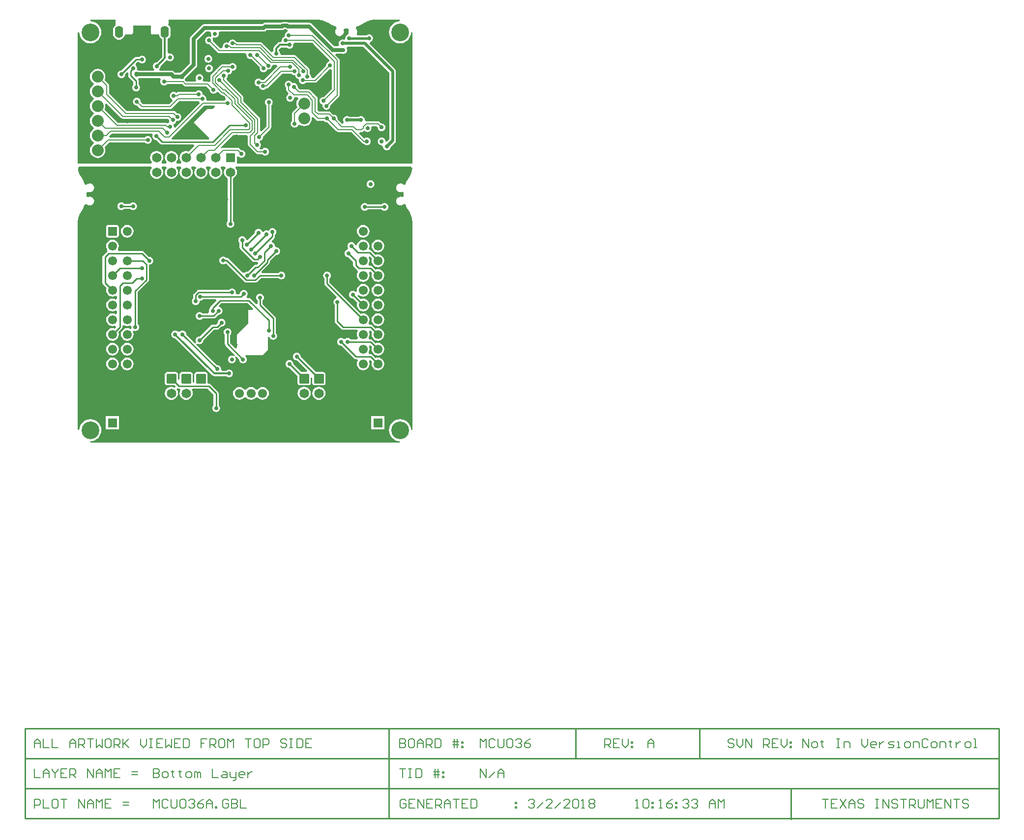
<source format=gbl>
G04 Layer_Physical_Order=4*
G04 Layer_Color=16711680*
%FSAX25Y25*%
%MOIN*%
G70*
G01*
G75*
%ADD47C,0.01200*%
%ADD48C,0.01000*%
%ADD49C,0.00800*%
%ADD50C,0.02500*%
%ADD51C,0.02000*%
%ADD52C,0.01500*%
%ADD55C,0.06102*%
G04:AMPARAMS|DCode=56|XSize=61.02mil|YSize=61.02mil|CornerRadius=15.26mil|HoleSize=0mil|Usage=FLASHONLY|Rotation=0.000|XOffset=0mil|YOffset=0mil|HoleType=Round|Shape=RoundedRectangle|*
%AMROUNDEDRECTD56*
21,1,0.06102,0.03051,0,0,0.0*
21,1,0.03051,0.06102,0,0,0.0*
1,1,0.03051,0.01526,-0.01526*
1,1,0.03051,-0.01526,-0.01526*
1,1,0.03051,-0.01526,0.01526*
1,1,0.03051,0.01526,0.01526*
%
%ADD56ROUNDEDRECTD56*%
%ADD57C,0.06496*%
%ADD58R,0.06496X0.06496*%
G04:AMPARAMS|DCode=59|XSize=64.96mil|YSize=64.96mil|CornerRadius=1.95mil|HoleSize=0mil|Usage=FLASHONLY|Rotation=270.000|XOffset=0mil|YOffset=0mil|HoleType=Round|Shape=RoundedRectangle|*
%AMROUNDEDRECTD59*
21,1,0.06496,0.06106,0,0,270.0*
21,1,0.06106,0.06496,0,0,270.0*
1,1,0.00390,-0.03053,-0.03053*
1,1,0.00390,-0.03053,0.03053*
1,1,0.00390,0.03053,0.03053*
1,1,0.00390,0.03053,-0.03053*
%
%ADD59ROUNDEDRECTD59*%
G04:AMPARAMS|DCode=60|XSize=82.68mil|YSize=55.12mil|CornerRadius=27.56mil|HoleSize=0mil|Usage=FLASHONLY|Rotation=270.000|XOffset=0mil|YOffset=0mil|HoleType=Round|Shape=RoundedRectangle|*
%AMROUNDEDRECTD60*
21,1,0.08268,0.00000,0,0,270.0*
21,1,0.02756,0.05512,0,0,270.0*
1,1,0.05512,0.00000,-0.01378*
1,1,0.05512,0.00000,0.01378*
1,1,0.05512,0.00000,0.01378*
1,1,0.05512,0.00000,-0.01378*
%
%ADD60ROUNDEDRECTD60*%
%ADD61C,0.12000*%
%ADD62C,0.08000*%
G04:AMPARAMS|DCode=63|XSize=61.02mil|YSize=61.02mil|CornerRadius=1.83mil|HoleSize=0mil|Usage=FLASHONLY|Rotation=270.000|XOffset=0mil|YOffset=0mil|HoleType=Round|Shape=RoundedRectangle|*
%AMROUNDEDRECTD63*
21,1,0.06102,0.05736,0,0,270.0*
21,1,0.05736,0.06102,0,0,270.0*
1,1,0.00366,-0.02868,-0.02868*
1,1,0.00366,-0.02868,0.02868*
1,1,0.00366,0.02868,0.02868*
1,1,0.00366,0.02868,-0.02868*
%
%ADD63ROUNDEDRECTD63*%
%ADD64C,0.02800*%
%ADD65C,0.03200*%
%ADD66C,0.03400*%
G36*
X0105046Y0515246D02*
X0105576Y0514893D01*
X0106200Y0514769D01*
X0136873D01*
X0137562Y0514022D01*
X0137541Y0513863D01*
X0137630Y0513185D01*
X0137720Y0512968D01*
X0137573Y0512203D01*
X0137304Y0511909D01*
X0136354Y0511553D01*
X0135824Y0511907D01*
X0135200Y0512031D01*
X0110359D01*
X0109920Y0511944D01*
X0108480D01*
X0108041Y0512031D01*
X0102876D01*
X0093856Y0521051D01*
X0094266Y0522043D01*
X0094445Y0523400D01*
X0094288Y0524591D01*
X0094663Y0524906D01*
X0095190Y0525103D01*
X0105046Y0515246D01*
D02*
G37*
G36*
X0246410Y0554493D02*
X0246051Y0553437D01*
X0246021Y0553433D01*
X0245389Y0553171D01*
X0244846Y0552754D01*
X0244429Y0552211D01*
X0244167Y0551579D01*
X0244078Y0550900D01*
X0244114Y0550621D01*
X0235937Y0542444D01*
X0234640D01*
X0233822Y0543400D01*
X0233733Y0544079D01*
X0233471Y0544711D01*
X0233054Y0545254D01*
X0232919Y0545358D01*
Y0547972D01*
X0232795Y0548596D01*
X0232441Y0549125D01*
X0230925Y0550641D01*
X0230446Y0550961D01*
X0223941Y0557466D01*
X0223412Y0557820D01*
X0222787Y0557944D01*
X0213640D01*
X0212822Y0558900D01*
X0212733Y0559579D01*
X0212471Y0560211D01*
X0212054Y0560754D01*
X0212103Y0561707D01*
X0213440Y0563045D01*
X0217351D01*
X0217365Y0563026D01*
X0217909Y0562609D01*
X0218541Y0562347D01*
X0219220Y0562258D01*
X0219898Y0562347D01*
X0220531Y0562609D01*
X0221074Y0563026D01*
X0221491Y0563569D01*
X0221753Y0564202D01*
X0221842Y0564880D01*
X0221791Y0565269D01*
X0222245Y0566002D01*
X0222541Y0566269D01*
X0234634D01*
X0246410Y0554493D01*
D02*
G37*
G36*
X0302555Y0481400D02*
X0302318Y0479782D01*
X0301620Y0477456D01*
X0300592Y0475256D01*
X0299923Y0474242D01*
X0299913Y0474216D01*
X0299893Y0474195D01*
X0299206Y0473064D01*
X0299177Y0472985D01*
X0299127Y0472917D01*
X0298007Y0470521D01*
X0297980Y0470412D01*
X0297927Y0470313D01*
X0297879Y0470150D01*
X0296774Y0469947D01*
X0296697Y0470047D01*
X0296077Y0470523D01*
X0295354Y0470823D01*
X0294578Y0470925D01*
X0293802Y0470823D01*
X0293079Y0470523D01*
X0292459Y0470047D01*
X0291982Y0469426D01*
X0291683Y0468703D01*
X0291581Y0467928D01*
X0291683Y0467152D01*
X0291982Y0466429D01*
X0292459Y0465808D01*
X0293079Y0465332D01*
X0293802Y0465032D01*
X0294578Y0464930D01*
X0295354Y0465032D01*
X0295762Y0465202D01*
X0296176Y0465092D01*
X0296234Y0465052D01*
X0296461Y0464873D01*
X0296719Y0464564D01*
X0296719Y0462236D01*
X0296461Y0461928D01*
X0296235Y0461748D01*
X0296176Y0461708D01*
X0295762Y0461598D01*
X0295354Y0461768D01*
X0294578Y0461870D01*
X0293802Y0461768D01*
X0293079Y0461468D01*
X0292459Y0460992D01*
X0291982Y0460371D01*
X0291683Y0459648D01*
X0291581Y0458872D01*
X0291683Y0458097D01*
X0291982Y0457374D01*
X0292459Y0456753D01*
X0293079Y0456277D01*
X0293802Y0455977D01*
X0294578Y0455875D01*
X0295354Y0455977D01*
X0296077Y0456277D01*
X0296697Y0456753D01*
X0296774Y0456853D01*
X0297879Y0456650D01*
X0297927Y0456488D01*
X0297980Y0456388D01*
X0298007Y0456280D01*
X0299127Y0453883D01*
X0299177Y0453815D01*
X0299205Y0453736D01*
X0299893Y0452605D01*
X0299913Y0452584D01*
X0299923Y0452558D01*
X0300592Y0451544D01*
X0301620Y0449344D01*
X0302318Y0447018D01*
X0302671Y0444614D01*
Y0443400D01*
Y0303605D01*
X0301671Y0303556D01*
X0301542Y0304860D01*
X0301116Y0306265D01*
X0300424Y0307559D01*
X0299493Y0308693D01*
X0298359Y0309624D01*
X0297065Y0310316D01*
X0295660Y0310742D01*
X0294200Y0310886D01*
X0292740Y0310742D01*
X0291335Y0310316D01*
X0290041Y0309624D01*
X0288907Y0308693D01*
X0287976Y0307559D01*
X0287284Y0306265D01*
X0286858Y0304860D01*
X0286714Y0303400D01*
X0286858Y0301940D01*
X0287284Y0300535D01*
X0287976Y0299241D01*
X0288907Y0298107D01*
X0290041Y0297176D01*
X0291335Y0296484D01*
X0292740Y0296058D01*
X0294044Y0295929D01*
X0293995Y0294929D01*
X0084405D01*
X0084356Y0295929D01*
X0085660Y0296058D01*
X0087065Y0296484D01*
X0088359Y0297176D01*
X0089493Y0298107D01*
X0090424Y0299241D01*
X0091116Y0300535D01*
X0091542Y0301940D01*
X0091686Y0303400D01*
X0091542Y0304860D01*
X0091116Y0306265D01*
X0090424Y0307559D01*
X0089493Y0308693D01*
X0088359Y0309624D01*
X0087065Y0310316D01*
X0085660Y0310742D01*
X0084200Y0310886D01*
X0082740Y0310742D01*
X0081335Y0310316D01*
X0080041Y0309624D01*
X0078907Y0308693D01*
X0077976Y0307559D01*
X0077284Y0306265D01*
X0076858Y0304860D01*
X0076729Y0303556D01*
X0075729Y0303605D01*
Y0443400D01*
Y0444614D01*
X0076082Y0447017D01*
X0076780Y0449344D01*
X0077808Y0451544D01*
X0078477Y0452558D01*
X0078487Y0452584D01*
X0078507Y0452605D01*
X0079194Y0453736D01*
X0079223Y0453815D01*
X0079273Y0453883D01*
X0080393Y0456279D01*
X0080420Y0456388D01*
X0080472Y0456487D01*
X0080521Y0456650D01*
X0081626Y0456853D01*
X0081703Y0456753D01*
X0082323Y0456277D01*
X0083046Y0455977D01*
X0083822Y0455875D01*
X0084598Y0455977D01*
X0085321Y0456277D01*
X0085941Y0456753D01*
X0086418Y0457374D01*
X0086717Y0458097D01*
X0086819Y0458872D01*
X0086717Y0459648D01*
X0086418Y0460371D01*
X0085941Y0460992D01*
X0085321Y0461468D01*
X0084598Y0461768D01*
X0083822Y0461870D01*
X0083046Y0461768D01*
X0082638Y0461598D01*
X0082224Y0461708D01*
X0082165Y0461748D01*
X0081939Y0461928D01*
X0081681Y0462236D01*
X0081681Y0464564D01*
X0081939Y0464873D01*
X0082165Y0465052D01*
X0082224Y0465092D01*
X0082638Y0465202D01*
X0083046Y0465032D01*
X0083822Y0464930D01*
X0084598Y0465032D01*
X0085321Y0465332D01*
X0085941Y0465808D01*
X0086418Y0466429D01*
X0086717Y0467152D01*
X0086819Y0467928D01*
X0086717Y0468703D01*
X0086418Y0469426D01*
X0085941Y0470047D01*
X0085321Y0470523D01*
X0084598Y0470823D01*
X0083822Y0470925D01*
X0083046Y0470823D01*
X0082323Y0470523D01*
X0081703Y0470047D01*
X0081626Y0469947D01*
X0080521Y0470150D01*
X0080473Y0470312D01*
X0080420Y0470412D01*
X0080393Y0470520D01*
X0079273Y0472917D01*
X0079224Y0472985D01*
X0079194Y0473064D01*
X0078507Y0474195D01*
X0078487Y0474216D01*
X0078477Y0474242D01*
X0077808Y0475256D01*
X0076780Y0477456D01*
X0076082Y0479782D01*
X0075845Y0481400D01*
X0076677Y0482400D01*
X0125463D01*
X0125719Y0482025D01*
X0125895Y0481400D01*
X0125315Y0480643D01*
X0124866Y0479561D01*
X0124714Y0478400D01*
X0124866Y0477239D01*
X0125315Y0476157D01*
X0126028Y0475228D01*
X0126957Y0474515D01*
X0128039Y0474066D01*
X0129200Y0473914D01*
X0130361Y0474066D01*
X0131443Y0474515D01*
X0132372Y0475228D01*
X0133085Y0476157D01*
X0133534Y0477239D01*
X0133686Y0478400D01*
X0133534Y0479561D01*
X0133085Y0480643D01*
X0132505Y0481400D01*
X0132681Y0482025D01*
X0132937Y0482400D01*
X0135464D01*
X0135719Y0482025D01*
X0135895Y0481400D01*
X0135315Y0480643D01*
X0134866Y0479561D01*
X0134714Y0478400D01*
X0134866Y0477239D01*
X0135315Y0476157D01*
X0136028Y0475228D01*
X0136957Y0474515D01*
X0138039Y0474066D01*
X0139200Y0473914D01*
X0140361Y0474066D01*
X0141443Y0474515D01*
X0142372Y0475228D01*
X0143085Y0476157D01*
X0143534Y0477239D01*
X0143686Y0478400D01*
X0143534Y0479561D01*
X0143085Y0480643D01*
X0142505Y0481400D01*
X0142681Y0482025D01*
X0142937Y0482400D01*
X0145464D01*
X0145719Y0482025D01*
X0145895Y0481400D01*
X0145315Y0480643D01*
X0144867Y0479561D01*
X0144714Y0478400D01*
X0144867Y0477239D01*
X0145315Y0476157D01*
X0146028Y0475228D01*
X0146957Y0474515D01*
X0148039Y0474066D01*
X0149200Y0473914D01*
X0150361Y0474066D01*
X0151443Y0474515D01*
X0152372Y0475228D01*
X0153085Y0476157D01*
X0153533Y0477239D01*
X0153686Y0478400D01*
X0153533Y0479561D01*
X0153085Y0480643D01*
X0152505Y0481400D01*
X0152681Y0482025D01*
X0152936Y0482400D01*
X0155464D01*
X0155719Y0482025D01*
X0155895Y0481400D01*
X0155315Y0480643D01*
X0154867Y0479561D01*
X0154714Y0478400D01*
X0154867Y0477239D01*
X0155315Y0476157D01*
X0156028Y0475228D01*
X0156957Y0474515D01*
X0158039Y0474066D01*
X0159200Y0473914D01*
X0160361Y0474066D01*
X0161443Y0474515D01*
X0162372Y0475228D01*
X0163085Y0476157D01*
X0163533Y0477239D01*
X0163686Y0478400D01*
X0163533Y0479561D01*
X0163085Y0480643D01*
X0162505Y0481400D01*
X0162681Y0482025D01*
X0162936Y0482400D01*
X0165463D01*
X0165719Y0482025D01*
X0165895Y0481400D01*
X0165315Y0480643D01*
X0164866Y0479561D01*
X0164714Y0478400D01*
X0164866Y0477239D01*
X0165315Y0476157D01*
X0166028Y0475228D01*
X0166957Y0474515D01*
X0168039Y0474066D01*
X0169200Y0473914D01*
X0170361Y0474066D01*
X0171443Y0474515D01*
X0172372Y0475228D01*
X0173085Y0476157D01*
X0173533Y0477239D01*
X0173686Y0478400D01*
X0173533Y0479561D01*
X0173085Y0480643D01*
X0172505Y0481400D01*
X0172681Y0482025D01*
X0172936Y0482400D01*
X0175463D01*
X0175719Y0482025D01*
X0175895Y0481400D01*
X0175315Y0480643D01*
X0174866Y0479561D01*
X0174714Y0478400D01*
X0174866Y0477239D01*
X0175315Y0476157D01*
X0176028Y0475228D01*
X0176957Y0474515D01*
X0177467Y0474303D01*
Y0445347D01*
X0177346Y0445254D01*
X0176929Y0444711D01*
X0176667Y0444079D01*
X0176578Y0443400D01*
X0176667Y0442721D01*
X0176929Y0442089D01*
X0177346Y0441546D01*
X0177889Y0441129D01*
X0178521Y0440867D01*
X0179200Y0440778D01*
X0179879Y0440867D01*
X0180511Y0441129D01*
X0181054Y0441546D01*
X0181471Y0442089D01*
X0181733Y0442721D01*
X0181822Y0443400D01*
X0181733Y0444079D01*
X0181471Y0444711D01*
X0181054Y0445254D01*
X0180933Y0445347D01*
Y0474303D01*
X0181443Y0474515D01*
X0182372Y0475228D01*
X0183085Y0476157D01*
X0183534Y0477239D01*
X0183686Y0478400D01*
X0183534Y0479561D01*
X0183085Y0480643D01*
X0182505Y0481400D01*
X0182681Y0482025D01*
X0182937Y0482400D01*
X0301723D01*
X0302555Y0481400D01*
D02*
G37*
G36*
X0168645Y0522845D02*
X0167200Y0521400D01*
X0163200D01*
X0154200Y0512400D01*
X0165043Y0501557D01*
X0164660Y0500633D01*
X0139655D01*
X0139240Y0501633D01*
X0161376Y0523769D01*
X0168262D01*
X0168645Y0522845D01*
D02*
G37*
G36*
X0241318Y0581518D02*
X0243644Y0580820D01*
X0245844Y0579792D01*
X0246858Y0579123D01*
X0246884Y0579112D01*
X0246905Y0579093D01*
X0248036Y0578406D01*
X0248115Y0578377D01*
X0248183Y0578327D01*
X0250579Y0577207D01*
X0250688Y0577180D01*
X0250787Y0577128D01*
X0250950Y0577079D01*
X0251153Y0575974D01*
X0251053Y0575897D01*
X0250577Y0575277D01*
X0250277Y0574554D01*
X0250175Y0573778D01*
X0250277Y0573002D01*
X0250577Y0572279D01*
X0251053Y0571659D01*
X0251674Y0571182D01*
X0252397Y0570883D01*
X0253172Y0570781D01*
X0253948Y0570883D01*
X0254671Y0571182D01*
X0255292Y0571659D01*
X0255768Y0572279D01*
X0256068Y0573002D01*
X0256170Y0573778D01*
X0256068Y0574554D01*
X0255898Y0574962D01*
X0256008Y0575376D01*
X0256048Y0575434D01*
X0256227Y0575661D01*
X0256536Y0575919D01*
X0258864Y0575919D01*
X0259173Y0575661D01*
X0259352Y0575435D01*
X0259392Y0575376D01*
X0259502Y0574962D01*
X0259332Y0574554D01*
X0259230Y0573778D01*
X0259332Y0573002D01*
X0259340Y0572984D01*
X0259209Y0572553D01*
X0258774Y0571831D01*
X0258389Y0571671D01*
X0257846Y0571254D01*
X0257429Y0570711D01*
X0257167Y0570079D01*
X0257078Y0569400D01*
X0257111Y0569143D01*
X0256762Y0568523D01*
X0256743Y0568508D01*
X0256271Y0568270D01*
X0255879Y0568433D01*
X0255200Y0568522D01*
X0254521Y0568433D01*
X0253889Y0568171D01*
X0253346Y0567754D01*
X0252929Y0567211D01*
X0252667Y0566579D01*
X0252578Y0565900D01*
X0252667Y0565221D01*
X0252801Y0564898D01*
X0252411Y0564099D01*
X0252199Y0563898D01*
X0249735D01*
X0234529Y0579104D01*
X0233718Y0579645D01*
X0232763Y0579835D01*
X0219043D01*
X0218580Y0580145D01*
X0217624Y0580335D01*
X0214776D01*
X0213820Y0580145D01*
X0213356Y0579835D01*
X0202637D01*
X0201681Y0579645D01*
X0200871Y0579104D01*
X0200665Y0578898D01*
X0161700D01*
X0160744Y0578708D01*
X0159934Y0578166D01*
X0152434Y0570666D01*
X0151892Y0569856D01*
X0151702Y0568900D01*
Y0552435D01*
X0145500Y0546233D01*
X0145443Y0546225D01*
X0144738Y0545933D01*
X0144692Y0545898D01*
X0141735D01*
X0140966Y0546666D01*
X0140156Y0547208D01*
X0139200Y0547398D01*
X0131201D01*
X0130862Y0548398D01*
X0131054Y0548546D01*
X0131471Y0549089D01*
X0131733Y0549721D01*
X0131822Y0550400D01*
X0131819Y0550424D01*
X0135457Y0554061D01*
X0136279Y0554509D01*
X0136889Y0554129D01*
X0137521Y0553867D01*
X0138200Y0553778D01*
X0138879Y0553867D01*
X0139511Y0554129D01*
X0140054Y0554546D01*
X0140471Y0555089D01*
X0140733Y0555721D01*
X0140822Y0556400D01*
X0140733Y0557079D01*
X0140471Y0557711D01*
X0140054Y0558254D01*
X0139511Y0558671D01*
X0138879Y0558933D01*
X0138200Y0559022D01*
X0137586Y0558942D01*
X0137502Y0558948D01*
X0136586Y0559628D01*
Y0568792D01*
X0136746Y0568858D01*
X0137573Y0569492D01*
X0138207Y0570318D01*
X0138605Y0571281D01*
X0138741Y0572313D01*
Y0575069D01*
X0138605Y0576102D01*
X0138207Y0577064D01*
X0137573Y0577891D01*
X0136861Y0578437D01*
X0137113Y0578815D01*
X0137229Y0579400D01*
Y0581871D01*
X0238914D01*
X0241318Y0581518D01*
D02*
G37*
G36*
X0217168Y0575030D02*
X0217841Y0574896D01*
X0217947Y0574330D01*
X0217870Y0573870D01*
X0217389Y0573671D01*
X0216846Y0573254D01*
X0216429Y0572711D01*
X0216167Y0572079D01*
X0216078Y0571400D01*
X0216167Y0570721D01*
X0215389Y0570171D01*
X0214846Y0569754D01*
X0214429Y0569211D01*
X0214167Y0568579D01*
X0214078Y0567900D01*
X0214102Y0567716D01*
X0213392Y0566716D01*
X0212680D01*
X0211978Y0566576D01*
X0211383Y0566178D01*
X0208902Y0563698D01*
X0208504Y0563102D01*
X0208365Y0562400D01*
Y0560769D01*
X0208346Y0560754D01*
X0208008Y0560314D01*
X0207794Y0560198D01*
X0206802Y0560105D01*
X0200853Y0566053D01*
X0200324Y0566407D01*
X0199700Y0566531D01*
X0183876D01*
X0183353Y0567054D01*
X0182824Y0567407D01*
X0182820Y0567408D01*
X0182554Y0567754D01*
X0182011Y0568171D01*
X0181379Y0568433D01*
X0180700Y0568522D01*
X0180021Y0568433D01*
X0179389Y0568171D01*
X0178846Y0567754D01*
X0178429Y0567211D01*
X0178167Y0566579D01*
X0177143Y0566464D01*
X0176700Y0566522D01*
X0176021Y0566433D01*
X0175389Y0566171D01*
X0174846Y0565754D01*
X0174429Y0565211D01*
X0174167Y0564579D01*
X0174078Y0563900D01*
X0174126Y0563531D01*
X0173651Y0562775D01*
X0173370Y0562531D01*
X0172376D01*
X0167286Y0567621D01*
X0167322Y0567900D01*
X0167233Y0568579D01*
X0166971Y0569211D01*
X0166901Y0569303D01*
X0166980Y0569438D01*
X0167592Y0570045D01*
X0168021Y0569867D01*
X0168700Y0569778D01*
X0169379Y0569867D01*
X0170011Y0570129D01*
X0170554Y0570546D01*
X0170971Y0571089D01*
X0171233Y0571721D01*
X0171322Y0572400D01*
X0171256Y0572902D01*
X0171459Y0573330D01*
X0171975Y0573902D01*
X0201700D01*
X0202656Y0574092D01*
X0203466Y0574634D01*
X0203672Y0574839D01*
X0214276D01*
X0215232Y0575030D01*
X0215696Y0575339D01*
X0216704D01*
X0217168Y0575030D01*
D02*
G37*
G36*
X0294044Y0580871D02*
X0292740Y0580742D01*
X0291335Y0580316D01*
X0290041Y0579624D01*
X0288907Y0578693D01*
X0287976Y0577559D01*
X0287284Y0576265D01*
X0286858Y0574860D01*
X0286714Y0573400D01*
X0286858Y0571940D01*
X0287284Y0570535D01*
X0287976Y0569241D01*
X0288907Y0568107D01*
X0290041Y0567176D01*
X0291335Y0566484D01*
X0292740Y0566058D01*
X0294200Y0565914D01*
X0295660Y0566058D01*
X0297065Y0566484D01*
X0298359Y0567176D01*
X0299493Y0568107D01*
X0300424Y0569241D01*
X0301116Y0570535D01*
X0301542Y0571940D01*
X0301671Y0573244D01*
X0302671Y0573195D01*
Y0484400D01*
X0183648D01*
Y0488964D01*
X0184648Y0489303D01*
X0184846Y0489046D01*
X0185389Y0488629D01*
X0186021Y0488367D01*
X0186700Y0488278D01*
X0187379Y0488367D01*
X0188011Y0488629D01*
X0188554Y0489046D01*
X0188971Y0489589D01*
X0189233Y0490221D01*
X0189322Y0490900D01*
X0189233Y0491579D01*
X0188971Y0492211D01*
X0188554Y0492754D01*
X0188011Y0493171D01*
X0187379Y0493433D01*
X0186700Y0493522D01*
X0186421Y0493486D01*
X0185354Y0494554D01*
X0184824Y0494907D01*
X0184200Y0495031D01*
X0174200D01*
X0173576Y0494907D01*
X0173132Y0494611D01*
X0172494Y0495387D01*
X0180876Y0503769D01*
X0190245D01*
X0191069Y0502900D01*
Y0497400D01*
X0191193Y0496776D01*
X0191546Y0496246D01*
X0196546Y0491247D01*
X0197076Y0490893D01*
X0197700Y0490769D01*
X0200675D01*
X0200846Y0490546D01*
X0201389Y0490129D01*
X0202021Y0489867D01*
X0202700Y0489778D01*
X0203379Y0489867D01*
X0204011Y0490129D01*
X0204554Y0490546D01*
X0204971Y0491089D01*
X0205233Y0491721D01*
X0205322Y0492400D01*
X0205233Y0493079D01*
X0204971Y0493711D01*
X0204554Y0494254D01*
X0204011Y0494671D01*
X0203379Y0494933D01*
X0202700Y0495022D01*
X0202021Y0494933D01*
X0201389Y0494671D01*
X0200846Y0494254D01*
X0200675Y0494031D01*
X0199375D01*
X0199036Y0495031D01*
X0199054Y0495046D01*
X0199471Y0495589D01*
X0199733Y0496221D01*
X0199822Y0496900D01*
X0199733Y0497579D01*
X0199471Y0498211D01*
X0199054Y0498754D01*
X0198986Y0498807D01*
X0199266Y0499852D01*
X0199379Y0499867D01*
X0200011Y0500129D01*
X0200554Y0500546D01*
X0200971Y0501089D01*
X0201233Y0501721D01*
X0201322Y0502400D01*
X0201286Y0502679D01*
X0206353Y0507747D01*
X0206707Y0508276D01*
X0206831Y0508900D01*
Y0523875D01*
X0207054Y0524046D01*
X0207471Y0524589D01*
X0207733Y0525221D01*
X0207822Y0525900D01*
X0207733Y0526579D01*
X0207471Y0527211D01*
X0207054Y0527754D01*
X0206511Y0528171D01*
X0205879Y0528433D01*
X0205200Y0528522D01*
X0204521Y0528433D01*
X0203889Y0528171D01*
X0203346Y0527754D01*
X0202929Y0527211D01*
X0202667Y0526579D01*
X0202578Y0525900D01*
X0202667Y0525221D01*
X0202929Y0524589D01*
X0203346Y0524046D01*
X0203569Y0523875D01*
Y0509576D01*
X0200331Y0506338D01*
X0199331Y0506753D01*
Y0514400D01*
X0199207Y0515024D01*
X0198854Y0515554D01*
X0187831Y0526576D01*
Y0529400D01*
X0187707Y0530024D01*
X0187354Y0530553D01*
X0176850Y0541057D01*
X0176554Y0542046D01*
X0176971Y0542589D01*
X0177233Y0543221D01*
X0177322Y0543900D01*
X0177667Y0544700D01*
X0178157Y0544838D01*
X0178379Y0544867D01*
X0179011Y0545129D01*
X0179554Y0545546D01*
X0179971Y0546089D01*
X0180233Y0546721D01*
X0180313Y0547329D01*
X0180700Y0547278D01*
X0181379Y0547367D01*
X0182011Y0547629D01*
X0182554Y0548046D01*
X0182971Y0548589D01*
X0183233Y0549221D01*
X0183322Y0549900D01*
X0183233Y0550579D01*
X0182971Y0551211D01*
X0182554Y0551754D01*
X0182011Y0552171D01*
X0181379Y0552433D01*
X0180700Y0552522D01*
X0180021Y0552433D01*
X0179389Y0552171D01*
X0178846Y0551754D01*
X0178742Y0551619D01*
X0173787D01*
X0173163Y0551495D01*
X0172634Y0551141D01*
X0166047Y0544554D01*
X0165693Y0544024D01*
X0165569Y0543400D01*
Y0540253D01*
X0165384Y0540072D01*
X0164569Y0539744D01*
X0164324Y0539907D01*
X0163700Y0540031D01*
X0160920D01*
X0160427Y0541031D01*
X0160471Y0541089D01*
X0160733Y0541721D01*
X0160822Y0542400D01*
X0160733Y0543079D01*
X0160471Y0543711D01*
X0160054Y0544254D01*
X0159511Y0544671D01*
X0158879Y0544933D01*
X0158200Y0545022D01*
X0157521Y0544933D01*
X0156889Y0544671D01*
X0156346Y0544254D01*
X0155929Y0543711D01*
X0155667Y0543079D01*
X0155578Y0542400D01*
X0155667Y0541721D01*
X0155929Y0541089D01*
X0155973Y0541031D01*
X0155480Y0540031D01*
X0149376D01*
X0148872Y0540535D01*
X0148399Y0541159D01*
X0148733Y0541937D01*
X0149025Y0542643D01*
X0149033Y0542700D01*
X0155966Y0549634D01*
X0156508Y0550444D01*
X0156698Y0551400D01*
Y0567865D01*
X0162735Y0573902D01*
X0165426D01*
X0165941Y0573330D01*
X0166144Y0572902D01*
X0166078Y0572400D01*
X0166167Y0571721D01*
X0166429Y0571089D01*
X0166499Y0570997D01*
X0166420Y0570862D01*
X0165808Y0570255D01*
X0165379Y0570433D01*
X0164700Y0570522D01*
X0164021Y0570433D01*
X0163389Y0570171D01*
X0162846Y0569754D01*
X0162429Y0569211D01*
X0162167Y0568579D01*
X0162078Y0567900D01*
X0162167Y0567221D01*
X0162429Y0566589D01*
X0162846Y0566046D01*
X0163389Y0565629D01*
X0164021Y0565367D01*
X0164700Y0565278D01*
X0164979Y0565314D01*
X0170546Y0559747D01*
X0171076Y0559393D01*
X0171700Y0559269D01*
X0189370D01*
X0189651Y0559025D01*
X0190126Y0558269D01*
X0190078Y0557900D01*
X0190167Y0557221D01*
X0190429Y0556589D01*
X0190846Y0556046D01*
X0191389Y0555629D01*
X0192021Y0555367D01*
X0192700Y0555278D01*
X0193379Y0555367D01*
X0193412Y0555381D01*
X0199181Y0549612D01*
X0199167Y0549579D01*
X0199078Y0548900D01*
X0199167Y0548221D01*
X0199429Y0547589D01*
X0199846Y0547046D01*
X0200389Y0546629D01*
X0201021Y0546367D01*
X0201700Y0546278D01*
X0202379Y0546367D01*
X0203011Y0546629D01*
X0203554Y0547046D01*
X0203971Y0547589D01*
X0204233Y0548221D01*
X0204240Y0548272D01*
X0204861Y0548190D01*
X0205539Y0548279D01*
X0206172Y0548541D01*
X0206715Y0548958D01*
X0207132Y0549501D01*
X0207394Y0550134D01*
X0207483Y0550813D01*
X0207883Y0551269D01*
X0210688D01*
X0211102Y0550269D01*
X0201953Y0541119D01*
X0200158D01*
X0200054Y0541254D01*
X0199511Y0541671D01*
X0198879Y0541933D01*
X0198200Y0542022D01*
X0197521Y0541933D01*
X0196889Y0541671D01*
X0196346Y0541254D01*
X0195929Y0540711D01*
X0195667Y0540079D01*
X0195578Y0539400D01*
X0195667Y0538721D01*
X0195929Y0538089D01*
X0196346Y0537546D01*
X0196889Y0537129D01*
X0197521Y0536867D01*
X0198200Y0536778D01*
X0198587Y0536829D01*
X0198667Y0536221D01*
X0198929Y0535589D01*
X0199346Y0535046D01*
X0199889Y0534629D01*
X0200521Y0534367D01*
X0201200Y0534278D01*
X0201879Y0534367D01*
X0202511Y0534629D01*
X0203054Y0535046D01*
X0203225Y0535269D01*
X0203700D01*
X0204324Y0535393D01*
X0204854Y0535746D01*
X0214376Y0545269D01*
X0220674D01*
X0220846Y0545046D01*
X0221389Y0544629D01*
X0222021Y0544367D01*
X0222700Y0544278D01*
X0223087Y0544328D01*
X0223167Y0543721D01*
X0223429Y0543089D01*
X0223846Y0542546D01*
X0224389Y0542129D01*
X0224750Y0541979D01*
X0225667Y0541579D01*
X0225578Y0540900D01*
X0225667Y0540221D01*
X0225929Y0539589D01*
X0226346Y0539046D01*
X0226889Y0538629D01*
X0227521Y0538367D01*
X0228200Y0538278D01*
X0228879Y0538367D01*
X0229511Y0538629D01*
X0230054Y0539046D01*
X0230158Y0539181D01*
X0236613D01*
X0237237Y0539305D01*
X0237766Y0539659D01*
X0246421Y0548314D01*
X0246700Y0548278D01*
X0247069Y0548326D01*
X0247826Y0547851D01*
X0248069Y0547570D01*
Y0535076D01*
X0242479Y0529486D01*
X0242200Y0529522D01*
X0241521Y0529433D01*
X0240889Y0529171D01*
X0240346Y0528754D01*
X0239929Y0528211D01*
X0239667Y0527579D01*
X0239578Y0526900D01*
X0239667Y0526221D01*
X0239929Y0525589D01*
X0240346Y0525046D01*
X0240889Y0524629D01*
X0241521Y0524367D01*
X0241614Y0523437D01*
X0241704Y0522758D01*
X0241966Y0522125D01*
X0242382Y0521582D01*
X0242925Y0521166D01*
X0243558Y0520904D01*
X0244237Y0520814D01*
X0244915Y0520904D01*
X0245548Y0521166D01*
X0246091Y0521582D01*
X0246508Y0522125D01*
X0246770Y0522758D01*
X0246859Y0523437D01*
X0246822Y0523715D01*
X0252716Y0529609D01*
X0253069Y0530138D01*
X0253194Y0530762D01*
Y0554538D01*
X0253069Y0555162D01*
X0252716Y0555691D01*
X0250429Y0557978D01*
X0250812Y0558902D01*
X0254937D01*
X0255021Y0558867D01*
X0255700Y0558778D01*
X0256379Y0558867D01*
X0257011Y0559129D01*
X0257554Y0559546D01*
X0257971Y0560089D01*
X0258233Y0560721D01*
X0258322Y0561400D01*
X0258233Y0562079D01*
X0257971Y0562711D01*
X0258506Y0563657D01*
X0269271D01*
X0286957Y0545971D01*
Y0500829D01*
X0285301Y0499173D01*
X0284798Y0499290D01*
X0284298Y0499585D01*
X0284233Y0500079D01*
X0283971Y0500711D01*
X0283554Y0501254D01*
X0283011Y0501671D01*
X0282379Y0501933D01*
X0281700Y0502022D01*
X0281021Y0501933D01*
X0280389Y0501671D01*
X0279846Y0501254D01*
X0279429Y0500711D01*
X0279167Y0500079D01*
X0279078Y0499400D01*
X0279167Y0498721D01*
X0279429Y0498089D01*
X0279846Y0497546D01*
X0280389Y0497129D01*
X0281021Y0496867D01*
X0281700Y0496778D01*
X0281716Y0496780D01*
X0282580Y0495916D01*
X0282578Y0495900D01*
X0282667Y0495221D01*
X0282929Y0494589D01*
X0283346Y0494046D01*
X0283889Y0493629D01*
X0284521Y0493367D01*
X0285200Y0493278D01*
X0285879Y0493367D01*
X0286511Y0493629D01*
X0287054Y0494046D01*
X0287471Y0494589D01*
X0287733Y0495221D01*
X0287739Y0495267D01*
X0290786Y0498314D01*
X0291272Y0499042D01*
X0291443Y0499900D01*
Y0546900D01*
X0291272Y0547758D01*
X0290786Y0548486D01*
X0273468Y0565804D01*
X0273826Y0566860D01*
X0273879Y0566867D01*
X0274511Y0567129D01*
X0275054Y0567546D01*
X0275471Y0568089D01*
X0275733Y0568721D01*
X0275822Y0569400D01*
X0275733Y0570079D01*
X0275471Y0570711D01*
X0275054Y0571254D01*
X0274511Y0571671D01*
X0273879Y0571933D01*
X0273200Y0572022D01*
X0272521Y0571933D01*
X0271889Y0571671D01*
X0271520Y0571388D01*
X0265400D01*
X0265023Y0571971D01*
X0264868Y0572388D01*
X0265123Y0573002D01*
X0265225Y0573778D01*
X0265123Y0574554D01*
X0264823Y0575277D01*
X0264347Y0575897D01*
X0264247Y0575974D01*
X0264450Y0577079D01*
X0264612Y0577127D01*
X0264712Y0577180D01*
X0264821Y0577207D01*
X0267217Y0578327D01*
X0267285Y0578376D01*
X0267364Y0578406D01*
X0268495Y0579093D01*
X0268515Y0579112D01*
X0268542Y0579123D01*
X0269556Y0579792D01*
X0271756Y0580820D01*
X0274082Y0581518D01*
X0276486Y0581871D01*
X0293995D01*
X0294044Y0580871D01*
D02*
G37*
G36*
X0101171Y0579400D02*
X0101287Y0578815D01*
X0101540Y0578437D01*
X0100827Y0577891D01*
X0100193Y0577064D01*
X0099795Y0576102D01*
X0099659Y0575069D01*
Y0572313D01*
X0099795Y0571281D01*
X0100193Y0570318D01*
X0100827Y0569492D01*
X0101654Y0568858D01*
X0102616Y0568459D01*
X0103649Y0568323D01*
X0104682Y0568459D01*
X0105644Y0568858D01*
X0106470Y0569492D01*
X0107104Y0570318D01*
X0107503Y0571281D01*
X0107537Y0571539D01*
X0108000Y0571871D01*
X0111700D01*
X0112285Y0571987D01*
X0112781Y0572319D01*
X0113113Y0572815D01*
X0113229Y0573400D01*
Y0577871D01*
X0125171D01*
Y0573400D01*
X0125287Y0572815D01*
X0125619Y0572319D01*
X0126115Y0571987D01*
X0126700Y0571871D01*
X0130400D01*
X0130863Y0571539D01*
X0130897Y0571281D01*
X0131296Y0570318D01*
X0131930Y0569492D01*
X0132756Y0568858D01*
X0132916Y0568792D01*
Y0556711D01*
X0129224Y0553019D01*
X0129200Y0553022D01*
X0128521Y0552933D01*
X0127889Y0552671D01*
X0127346Y0552254D01*
X0126929Y0551711D01*
X0126667Y0551079D01*
X0126578Y0550400D01*
X0126667Y0549721D01*
X0126929Y0549089D01*
X0127346Y0548546D01*
X0127538Y0548398D01*
X0127199Y0547398D01*
X0117208D01*
X0117163Y0547433D01*
X0116457Y0547725D01*
X0115743Y0548214D01*
X0115803Y0548754D01*
X0115822Y0548900D01*
X0115733Y0549579D01*
X0115471Y0550211D01*
X0115054Y0550754D01*
X0114978Y0550813D01*
X0114801Y0552050D01*
X0115918Y0553167D01*
X0117253D01*
X0117346Y0553046D01*
X0117889Y0552629D01*
X0118521Y0552367D01*
X0119200Y0552278D01*
X0119879Y0552367D01*
X0120511Y0552629D01*
X0121054Y0553046D01*
X0121471Y0553589D01*
X0121733Y0554221D01*
X0121822Y0554900D01*
X0121733Y0555579D01*
X0121471Y0556211D01*
X0121054Y0556754D01*
X0120511Y0557171D01*
X0119879Y0557433D01*
X0119200Y0557522D01*
X0118521Y0557433D01*
X0117889Y0557171D01*
X0117346Y0556754D01*
X0117253Y0556633D01*
X0115200D01*
X0115200Y0556633D01*
X0114537Y0556501D01*
X0113974Y0556126D01*
X0105351Y0547503D01*
X0105200Y0547522D01*
X0104521Y0547433D01*
X0103889Y0547171D01*
X0103346Y0546754D01*
X0102929Y0546211D01*
X0102667Y0545579D01*
X0102578Y0544900D01*
X0102667Y0544221D01*
X0102929Y0543589D01*
X0103346Y0543046D01*
X0103889Y0542629D01*
X0104521Y0542367D01*
X0105200Y0542278D01*
X0105879Y0542367D01*
X0106511Y0542629D01*
X0107054Y0543046D01*
X0107471Y0543589D01*
X0107733Y0544221D01*
X0107822Y0544900D01*
X0107802Y0545051D01*
X0109043Y0546292D01*
X0109967Y0545909D01*
Y0543900D01*
X0110099Y0543237D01*
X0110474Y0542674D01*
X0113467Y0539682D01*
Y0537847D01*
X0113346Y0537754D01*
X0112929Y0537211D01*
X0112667Y0536579D01*
X0112578Y0535900D01*
X0112667Y0535221D01*
X0112929Y0534589D01*
X0113346Y0534046D01*
X0113889Y0533629D01*
X0114521Y0533367D01*
X0115200Y0533278D01*
X0115879Y0533367D01*
X0116511Y0533629D01*
X0117054Y0534046D01*
X0117471Y0534589D01*
X0117733Y0535221D01*
X0117822Y0535900D01*
X0117733Y0536579D01*
X0117471Y0537211D01*
X0117054Y0537754D01*
X0116933Y0537847D01*
Y0540400D01*
X0116801Y0541063D01*
X0116743Y0541151D01*
X0117034Y0542261D01*
X0117117Y0542348D01*
X0117163Y0542367D01*
X0117208Y0542402D01*
X0131620D01*
X0132075Y0541402D01*
X0131929Y0541211D01*
X0131667Y0540579D01*
X0131578Y0539900D01*
X0131667Y0539221D01*
X0131929Y0538589D01*
X0132346Y0538046D01*
X0132889Y0537629D01*
X0133521Y0537367D01*
X0134200Y0537278D01*
X0134879Y0537367D01*
X0135511Y0537629D01*
X0136054Y0538046D01*
X0136225Y0538269D01*
X0146524D01*
X0147547Y0537247D01*
X0148076Y0536893D01*
X0148700Y0536769D01*
X0163024D01*
X0165114Y0534679D01*
X0165078Y0534400D01*
X0165167Y0533721D01*
X0165429Y0533089D01*
X0165846Y0532546D01*
X0166389Y0532129D01*
X0167021Y0531867D01*
X0167700Y0531778D01*
X0168379Y0531867D01*
X0169011Y0532129D01*
X0169554Y0532546D01*
X0169675Y0532703D01*
X0170880Y0532913D01*
X0172547Y0531247D01*
X0173076Y0530893D01*
X0173700Y0530769D01*
X0174024D01*
X0175995Y0528798D01*
X0175901Y0527806D01*
X0175786Y0527592D01*
X0175346Y0527254D01*
X0175174Y0527031D01*
X0163530D01*
X0163249Y0527275D01*
X0162774Y0528031D01*
X0162822Y0528400D01*
X0162733Y0529079D01*
X0162471Y0529711D01*
X0162054Y0530254D01*
X0161511Y0530671D01*
X0160879Y0530933D01*
X0160272Y0531013D01*
X0160322Y0531400D01*
X0160233Y0532079D01*
X0159971Y0532711D01*
X0159554Y0533254D01*
X0159011Y0533671D01*
X0158379Y0533933D01*
X0157700Y0534022D01*
X0157021Y0533933D01*
X0156389Y0533671D01*
X0155846Y0533254D01*
X0155675Y0533031D01*
X0144200D01*
X0143576Y0532907D01*
X0143046Y0532553D01*
X0142735Y0532242D01*
X0142554Y0532254D01*
X0142011Y0532671D01*
X0141379Y0532933D01*
X0140700Y0533022D01*
X0140021Y0532933D01*
X0139389Y0532671D01*
X0138846Y0532254D01*
X0138429Y0531711D01*
X0138167Y0531079D01*
X0138078Y0530400D01*
X0138167Y0529721D01*
X0138429Y0529089D01*
X0138846Y0528546D01*
X0139389Y0528129D01*
X0139614Y0528035D01*
X0139902Y0527058D01*
X0139877Y0526884D01*
X0137524Y0524531D01*
X0119876D01*
X0118286Y0526121D01*
X0118322Y0526400D01*
X0118233Y0527079D01*
X0117971Y0527711D01*
X0117554Y0528254D01*
X0117011Y0528671D01*
X0116379Y0528933D01*
X0115700Y0529022D01*
X0115021Y0528933D01*
X0114389Y0528671D01*
X0113846Y0528254D01*
X0113429Y0527711D01*
X0113167Y0527079D01*
X0113078Y0526400D01*
X0113167Y0525721D01*
X0113429Y0525089D01*
X0113846Y0524546D01*
X0114389Y0524129D01*
X0115021Y0523867D01*
X0115700Y0523778D01*
X0115979Y0523814D01*
X0118046Y0521746D01*
X0118576Y0521393D01*
X0119200Y0521269D01*
X0138200D01*
X0138824Y0521393D01*
X0139354Y0521746D01*
X0144376Y0526769D01*
X0157434D01*
X0158330Y0525833D01*
X0158318Y0525325D01*
X0141746Y0508753D01*
X0140799Y0509220D01*
X0140822Y0509400D01*
X0140733Y0510079D01*
X0140643Y0510295D01*
X0140790Y0511060D01*
X0141157Y0511460D01*
X0141475Y0511592D01*
X0142018Y0512009D01*
X0142434Y0512552D01*
X0142696Y0513185D01*
X0142717Y0513341D01*
X0143200Y0513278D01*
X0143879Y0513367D01*
X0144511Y0513629D01*
X0145054Y0514046D01*
X0145471Y0514589D01*
X0145733Y0515221D01*
X0145822Y0515900D01*
X0145733Y0516579D01*
X0145471Y0517211D01*
X0145054Y0517754D01*
X0144511Y0518171D01*
X0143879Y0518433D01*
X0143200Y0518522D01*
X0142921Y0518486D01*
X0141853Y0519554D01*
X0141324Y0519907D01*
X0140700Y0520031D01*
X0108876D01*
X0096831Y0532076D01*
Y0537400D01*
X0096707Y0538024D01*
X0096354Y0538553D01*
X0093856Y0541051D01*
X0094266Y0542042D01*
X0094445Y0543400D01*
X0094266Y0544758D01*
X0093742Y0546022D01*
X0092909Y0547109D01*
X0091822Y0547942D01*
X0090557Y0548466D01*
X0089200Y0548645D01*
X0087843Y0548466D01*
X0086578Y0547942D01*
X0085491Y0547109D01*
X0084658Y0546022D01*
X0084134Y0544758D01*
X0083955Y0543400D01*
X0084134Y0542042D01*
X0084658Y0540778D01*
X0085491Y0539691D01*
X0086436Y0538966D01*
X0086514Y0538400D01*
X0086436Y0537834D01*
X0085491Y0537109D01*
X0084658Y0536022D01*
X0084134Y0534758D01*
X0083955Y0533400D01*
X0084134Y0532043D01*
X0084658Y0530778D01*
X0085491Y0529691D01*
X0086436Y0528966D01*
X0086514Y0528400D01*
X0086436Y0527834D01*
X0085491Y0527109D01*
X0084658Y0526022D01*
X0084134Y0524757D01*
X0083955Y0523400D01*
X0084134Y0522043D01*
X0084658Y0520778D01*
X0085491Y0519691D01*
X0086436Y0518966D01*
X0086514Y0518400D01*
X0086436Y0517834D01*
X0085491Y0517109D01*
X0084658Y0516022D01*
X0084134Y0514757D01*
X0083955Y0513400D01*
X0084134Y0512043D01*
X0084658Y0510778D01*
X0085491Y0509691D01*
X0086436Y0508966D01*
X0086514Y0508400D01*
X0086436Y0507834D01*
X0085491Y0507109D01*
X0084658Y0506022D01*
X0084134Y0504757D01*
X0083955Y0503400D01*
X0084134Y0502042D01*
X0084658Y0500778D01*
X0085491Y0499691D01*
X0086436Y0498966D01*
X0086514Y0498400D01*
X0086436Y0497834D01*
X0085491Y0497109D01*
X0084658Y0496022D01*
X0084134Y0494758D01*
X0083955Y0493400D01*
X0084134Y0492042D01*
X0084658Y0490778D01*
X0085491Y0489691D01*
X0086578Y0488858D01*
X0087843Y0488334D01*
X0089200Y0488155D01*
X0090557Y0488334D01*
X0091822Y0488858D01*
X0092909Y0489691D01*
X0093742Y0490778D01*
X0094266Y0492042D01*
X0094445Y0493400D01*
X0094266Y0494758D01*
X0093856Y0495749D01*
X0096876Y0498769D01*
X0121175D01*
X0121346Y0498546D01*
X0121889Y0498129D01*
X0122521Y0497867D01*
X0123200Y0497778D01*
X0123879Y0497867D01*
X0124511Y0498129D01*
X0125054Y0498546D01*
X0125471Y0499089D01*
X0125733Y0499721D01*
X0125822Y0500400D01*
X0125733Y0501079D01*
X0125471Y0501711D01*
X0125054Y0502254D01*
X0124511Y0502671D01*
X0123879Y0502933D01*
X0123200Y0503022D01*
X0122521Y0502933D01*
X0121889Y0502671D01*
X0121346Y0502254D01*
X0121175Y0502031D01*
X0097353D01*
X0096938Y0503031D01*
X0098676Y0504769D01*
X0125872D01*
X0125967Y0504703D01*
X0126496Y0503769D01*
X0126417Y0503579D01*
X0126328Y0502900D01*
X0126417Y0502221D01*
X0126679Y0501589D01*
X0127096Y0501046D01*
X0127639Y0500629D01*
X0128271Y0500367D01*
X0128950Y0500278D01*
X0129101Y0500297D01*
X0131724Y0497674D01*
X0132287Y0497299D01*
X0132950Y0497167D01*
X0154353D01*
X0154736Y0496243D01*
X0150973Y0492480D01*
X0150361Y0492733D01*
X0149200Y0492886D01*
X0148039Y0492733D01*
X0146957Y0492285D01*
X0146028Y0491572D01*
X0145315Y0490643D01*
X0144867Y0489561D01*
X0144714Y0488400D01*
X0144867Y0487239D01*
X0145315Y0486157D01*
X0145895Y0485400D01*
X0145719Y0484775D01*
X0145464Y0484400D01*
X0142937D01*
X0142681Y0484775D01*
X0142505Y0485400D01*
X0143085Y0486157D01*
X0143534Y0487239D01*
X0143686Y0488400D01*
X0143534Y0489561D01*
X0143085Y0490643D01*
X0142372Y0491572D01*
X0141443Y0492285D01*
X0140361Y0492733D01*
X0139200Y0492886D01*
X0138039Y0492733D01*
X0136957Y0492285D01*
X0136028Y0491572D01*
X0135315Y0490643D01*
X0134866Y0489561D01*
X0134714Y0488400D01*
X0134866Y0487239D01*
X0135315Y0486157D01*
X0135895Y0485400D01*
X0135719Y0484775D01*
X0135464Y0484400D01*
X0132937D01*
X0132681Y0484775D01*
X0132505Y0485400D01*
X0133085Y0486157D01*
X0133534Y0487239D01*
X0133686Y0488400D01*
X0133534Y0489561D01*
X0133085Y0490643D01*
X0132372Y0491572D01*
X0131443Y0492285D01*
X0130361Y0492733D01*
X0129200Y0492886D01*
X0128039Y0492733D01*
X0126957Y0492285D01*
X0126028Y0491572D01*
X0125315Y0490643D01*
X0124866Y0489561D01*
X0124714Y0488400D01*
X0124866Y0487239D01*
X0125315Y0486157D01*
X0125895Y0485400D01*
X0125719Y0484775D01*
X0125463Y0484400D01*
X0075729D01*
Y0573195D01*
X0076729Y0573244D01*
X0076858Y0571940D01*
X0077284Y0570535D01*
X0077976Y0569241D01*
X0078907Y0568107D01*
X0080041Y0567176D01*
X0081335Y0566484D01*
X0082740Y0566058D01*
X0084200Y0565914D01*
X0085660Y0566058D01*
X0087065Y0566484D01*
X0088359Y0567176D01*
X0089493Y0568107D01*
X0090424Y0569241D01*
X0091116Y0570535D01*
X0091542Y0571940D01*
X0091686Y0573400D01*
X0091542Y0574860D01*
X0091116Y0576265D01*
X0090424Y0577559D01*
X0089493Y0578693D01*
X0088359Y0579624D01*
X0087065Y0580316D01*
X0085660Y0580742D01*
X0084356Y0580871D01*
X0084405Y0581871D01*
X0101171D01*
Y0579400D01*
D02*
G37*
%LPC*%
G36*
X0109200Y0362688D02*
X0108090Y0362542D01*
X0107056Y0362113D01*
X0106168Y0361432D01*
X0105487Y0360544D01*
X0105058Y0359510D01*
X0104912Y0358400D01*
X0105058Y0357290D01*
X0105487Y0356256D01*
X0106168Y0355368D01*
X0107056Y0354687D01*
X0108090Y0354258D01*
X0109200Y0354112D01*
X0110310Y0354258D01*
X0111344Y0354687D01*
X0112232Y0355368D01*
X0112913Y0356256D01*
X0113342Y0357290D01*
X0113488Y0358400D01*
X0113342Y0359510D01*
X0112913Y0360544D01*
X0112232Y0361432D01*
X0111344Y0362113D01*
X0110310Y0362542D01*
X0109200Y0362688D01*
D02*
G37*
G36*
X0099200D02*
X0098090Y0362542D01*
X0097056Y0362113D01*
X0096168Y0361432D01*
X0095487Y0360544D01*
X0095058Y0359510D01*
X0094912Y0358400D01*
X0095058Y0357290D01*
X0095487Y0356256D01*
X0096168Y0355368D01*
X0097056Y0354687D01*
X0098090Y0354258D01*
X0099200Y0354112D01*
X0100310Y0354258D01*
X0101344Y0354687D01*
X0102232Y0355368D01*
X0102913Y0356256D01*
X0103342Y0357290D01*
X0103488Y0358400D01*
X0103342Y0359510D01*
X0102913Y0360544D01*
X0102232Y0361432D01*
X0101344Y0362113D01*
X0100310Y0362542D01*
X0099200Y0362688D01*
D02*
G37*
G36*
X0109200Y0352688D02*
X0108090Y0352542D01*
X0107056Y0352113D01*
X0106168Y0351432D01*
X0105487Y0350544D01*
X0105058Y0349510D01*
X0104912Y0348400D01*
X0105058Y0347290D01*
X0105487Y0346256D01*
X0106168Y0345368D01*
X0107056Y0344687D01*
X0108090Y0344258D01*
X0109200Y0344112D01*
X0110310Y0344258D01*
X0111344Y0344687D01*
X0112232Y0345368D01*
X0112913Y0346256D01*
X0113342Y0347290D01*
X0113488Y0348400D01*
X0113342Y0349510D01*
X0112913Y0350544D01*
X0112232Y0351432D01*
X0111344Y0352113D01*
X0110310Y0352542D01*
X0109200Y0352688D01*
D02*
G37*
G36*
X0244700Y0411022D02*
X0244021Y0410933D01*
X0243389Y0410671D01*
X0242846Y0410254D01*
X0242429Y0409711D01*
X0242167Y0409079D01*
X0242078Y0408400D01*
X0242167Y0407721D01*
X0242429Y0407089D01*
X0242846Y0406546D01*
X0242967Y0406453D01*
Y0402900D01*
X0243099Y0402237D01*
X0243474Y0401674D01*
X0251185Y0393963D01*
X0251096Y0393403D01*
X0250866Y0392869D01*
X0250389Y0392671D01*
X0249846Y0392254D01*
X0249429Y0391711D01*
X0249167Y0391079D01*
X0249078Y0390400D01*
X0249167Y0389721D01*
X0249429Y0389089D01*
X0249846Y0388546D01*
X0249967Y0388453D01*
Y0377266D01*
X0250099Y0376603D01*
X0250474Y0376041D01*
X0254341Y0372174D01*
X0254903Y0371799D01*
X0255566Y0371667D01*
X0265088D01*
X0265581Y0370667D01*
X0265487Y0370544D01*
X0265058Y0369510D01*
X0264912Y0368400D01*
X0265058Y0367290D01*
X0265487Y0366256D01*
X0265581Y0366133D01*
X0265088Y0365133D01*
X0260647D01*
X0260554Y0365254D01*
X0260011Y0365671D01*
X0259379Y0365933D01*
X0258700Y0366022D01*
X0258021Y0365933D01*
X0257389Y0365671D01*
X0256846Y0365254D01*
X0256054D01*
X0255511Y0365671D01*
X0254879Y0365933D01*
X0254200Y0366022D01*
X0253521Y0365933D01*
X0252889Y0365671D01*
X0252346Y0365254D01*
X0251929Y0364711D01*
X0251667Y0364079D01*
X0251578Y0363400D01*
X0251667Y0362721D01*
X0251929Y0362089D01*
X0252346Y0361546D01*
X0252889Y0361129D01*
X0253521Y0360867D01*
X0254200Y0360778D01*
X0254351Y0360798D01*
X0262974Y0352174D01*
X0263537Y0351799D01*
X0264200Y0351667D01*
X0264200Y0351667D01*
X0265088D01*
X0265581Y0350667D01*
X0265487Y0350544D01*
X0265058Y0349510D01*
X0264912Y0348400D01*
X0265058Y0347290D01*
X0265487Y0346256D01*
X0266168Y0345368D01*
X0267056Y0344687D01*
X0268090Y0344258D01*
X0269200Y0344112D01*
X0270310Y0344258D01*
X0271344Y0344687D01*
X0272232Y0345368D01*
X0272913Y0346256D01*
X0273342Y0347290D01*
X0273488Y0348400D01*
X0273342Y0349510D01*
X0273193Y0349868D01*
X0273785Y0350979D01*
X0274115Y0351034D01*
X0275228Y0349920D01*
X0275058Y0349510D01*
X0274912Y0348400D01*
X0275058Y0347290D01*
X0275487Y0346256D01*
X0276168Y0345368D01*
X0277056Y0344687D01*
X0278090Y0344258D01*
X0279200Y0344112D01*
X0280310Y0344258D01*
X0281344Y0344687D01*
X0282232Y0345368D01*
X0282913Y0346256D01*
X0283342Y0347290D01*
X0283488Y0348400D01*
X0283342Y0349510D01*
X0282913Y0350544D01*
X0282232Y0351432D01*
X0281344Y0352113D01*
X0280310Y0352542D01*
X0279200Y0352688D01*
X0278090Y0352542D01*
X0277680Y0352372D01*
X0275426Y0354626D01*
X0274863Y0355001D01*
X0274200Y0355133D01*
X0273312D01*
X0272819Y0356133D01*
X0272913Y0356256D01*
X0273342Y0357290D01*
X0273488Y0358400D01*
X0273342Y0359510D01*
X0273193Y0359868D01*
X0273785Y0360979D01*
X0274115Y0361034D01*
X0275228Y0359920D01*
X0275058Y0359510D01*
X0274912Y0358400D01*
X0275058Y0357290D01*
X0275487Y0356256D01*
X0276168Y0355368D01*
X0277056Y0354687D01*
X0278090Y0354258D01*
X0279200Y0354112D01*
X0280310Y0354258D01*
X0281344Y0354687D01*
X0282232Y0355368D01*
X0282913Y0356256D01*
X0283342Y0357290D01*
X0283488Y0358400D01*
X0283342Y0359510D01*
X0282913Y0360544D01*
X0282232Y0361432D01*
X0281344Y0362113D01*
X0280310Y0362542D01*
X0279200Y0362688D01*
X0278090Y0362542D01*
X0277680Y0362372D01*
X0275426Y0364626D01*
X0274863Y0365001D01*
X0274200Y0365133D01*
X0273312D01*
X0272819Y0366133D01*
X0272913Y0366256D01*
X0273342Y0367290D01*
X0273488Y0368400D01*
X0273342Y0369510D01*
X0273193Y0369868D01*
X0273785Y0370979D01*
X0274115Y0371034D01*
X0275228Y0369920D01*
X0275058Y0369510D01*
X0274912Y0368400D01*
X0275058Y0367290D01*
X0275487Y0366256D01*
X0276168Y0365368D01*
X0277056Y0364687D01*
X0278090Y0364258D01*
X0279200Y0364112D01*
X0280310Y0364258D01*
X0281344Y0364687D01*
X0282232Y0365368D01*
X0282913Y0366256D01*
X0283342Y0367290D01*
X0283488Y0368400D01*
X0283342Y0369510D01*
X0282913Y0370544D01*
X0282232Y0371432D01*
X0281344Y0372113D01*
X0280310Y0372542D01*
X0279200Y0372688D01*
X0278090Y0372542D01*
X0277680Y0372372D01*
X0275426Y0374626D01*
X0274863Y0375001D01*
X0274200Y0375133D01*
X0273312D01*
X0272819Y0376133D01*
X0272913Y0376256D01*
X0273342Y0377290D01*
X0273488Y0378400D01*
X0273342Y0379510D01*
X0272913Y0380544D01*
X0272232Y0381432D01*
X0271344Y0382113D01*
X0270310Y0382542D01*
X0269200Y0382688D01*
X0268090Y0382542D01*
X0267680Y0382372D01*
X0246433Y0403618D01*
Y0406453D01*
X0246554Y0406546D01*
X0246971Y0407089D01*
X0247233Y0407721D01*
X0247322Y0408400D01*
X0247233Y0409079D01*
X0246971Y0409711D01*
X0246554Y0410254D01*
X0246011Y0410671D01*
X0245379Y0410933D01*
X0244700Y0411022D01*
D02*
G37*
G36*
X0173200Y0379022D02*
X0172521Y0378933D01*
X0171889Y0378671D01*
X0171346Y0378254D01*
X0170929Y0377711D01*
X0170667Y0377079D01*
X0170578Y0376400D01*
X0170598Y0376249D01*
X0169482Y0375133D01*
X0167200D01*
X0166537Y0375001D01*
X0165974Y0374626D01*
X0158351Y0367003D01*
X0158200Y0367022D01*
X0157521Y0366933D01*
X0156889Y0366671D01*
X0156346Y0366254D01*
X0155929Y0365711D01*
X0155667Y0365079D01*
X0155578Y0364400D01*
X0155667Y0363721D01*
X0155929Y0363089D01*
X0156101Y0362864D01*
X0155348Y0362204D01*
X0149302Y0368249D01*
X0149322Y0368400D01*
X0149233Y0369079D01*
X0148971Y0369711D01*
X0148554Y0370254D01*
X0148011Y0370671D01*
X0147379Y0370933D01*
X0146700Y0371022D01*
X0146021Y0370933D01*
X0145389Y0370671D01*
X0144846Y0370254D01*
X0144799Y0370193D01*
X0143602D01*
X0143554Y0370254D01*
X0143011Y0370671D01*
X0142379Y0370933D01*
X0141700Y0371022D01*
X0141021Y0370933D01*
X0140389Y0370671D01*
X0139846Y0370254D01*
X0139429Y0369711D01*
X0139167Y0369079D01*
X0139078Y0368400D01*
X0139167Y0367721D01*
X0139429Y0367089D01*
X0139846Y0366546D01*
X0140389Y0366129D01*
X0141021Y0365867D01*
X0141700Y0365778D01*
X0141724Y0365781D01*
X0166902Y0340602D01*
X0167498Y0340204D01*
X0168200Y0340065D01*
X0176331D01*
X0176346Y0340046D01*
X0176889Y0339629D01*
X0177521Y0339367D01*
X0178200Y0339278D01*
X0178879Y0339367D01*
X0179511Y0339629D01*
X0180054Y0340046D01*
X0180471Y0340589D01*
X0180733Y0341221D01*
X0180822Y0341900D01*
X0180733Y0342579D01*
X0180471Y0343211D01*
X0180054Y0343754D01*
X0179511Y0344171D01*
X0178879Y0344433D01*
X0178200Y0344522D01*
X0177521Y0344433D01*
X0176889Y0344171D01*
X0176346Y0343754D01*
X0176331Y0343735D01*
X0173519D01*
X0172801Y0344735D01*
X0172822Y0344900D01*
X0172733Y0345579D01*
X0172471Y0346211D01*
X0172054Y0346754D01*
X0171511Y0347171D01*
X0170879Y0347433D01*
X0170200Y0347522D01*
X0170049Y0347502D01*
X0156004Y0361548D01*
X0156664Y0362301D01*
X0156889Y0362129D01*
X0157521Y0361867D01*
X0158200Y0361778D01*
X0158879Y0361867D01*
X0159511Y0362129D01*
X0160054Y0362546D01*
X0160471Y0363089D01*
X0160733Y0363721D01*
X0160822Y0364400D01*
X0160802Y0364551D01*
X0167918Y0371667D01*
X0170200D01*
X0170863Y0371799D01*
X0171426Y0372174D01*
X0173049Y0373797D01*
X0173200Y0373778D01*
X0173879Y0373867D01*
X0174511Y0374129D01*
X0175054Y0374546D01*
X0175471Y0375089D01*
X0175733Y0375721D01*
X0175822Y0376400D01*
X0175733Y0377079D01*
X0175471Y0377711D01*
X0175054Y0378254D01*
X0174511Y0378671D01*
X0173879Y0378933D01*
X0173200Y0379022D01*
D02*
G37*
G36*
X0180200Y0399522D02*
X0179521Y0399433D01*
X0178889Y0399171D01*
X0178346Y0398754D01*
X0178253Y0398633D01*
X0157700D01*
X0157037Y0398501D01*
X0156474Y0398126D01*
X0154474Y0396126D01*
X0154099Y0395563D01*
X0153967Y0394900D01*
Y0392847D01*
X0153846Y0392754D01*
X0153429Y0392211D01*
X0153167Y0391579D01*
X0153078Y0390900D01*
X0153167Y0390221D01*
X0153429Y0389589D01*
X0153846Y0389046D01*
X0154389Y0388629D01*
X0155021Y0388367D01*
X0155700Y0388278D01*
X0156379Y0388367D01*
X0157011Y0388629D01*
X0157554Y0389046D01*
X0157971Y0389589D01*
X0158233Y0390221D01*
X0158322Y0390900D01*
X0158700Y0391278D01*
X0159379Y0391367D01*
X0160011Y0391629D01*
X0160554Y0392046D01*
X0160647Y0392167D01*
X0169209D01*
X0169592Y0391243D01*
X0165974Y0387626D01*
X0165599Y0387063D01*
X0165467Y0386400D01*
Y0386347D01*
X0165346Y0386254D01*
X0164929Y0385711D01*
X0164667Y0385079D01*
X0164578Y0384400D01*
X0164667Y0383721D01*
X0164703Y0383633D01*
X0164078Y0382633D01*
X0160147D01*
X0160054Y0382754D01*
X0159511Y0383171D01*
X0158879Y0383433D01*
X0158200Y0383522D01*
X0157521Y0383433D01*
X0156889Y0383171D01*
X0156346Y0382754D01*
X0155929Y0382211D01*
X0155667Y0381579D01*
X0155578Y0380900D01*
X0155667Y0380221D01*
X0155929Y0379589D01*
X0156346Y0379046D01*
X0156889Y0378629D01*
X0157521Y0378367D01*
X0158200Y0378278D01*
X0158879Y0378367D01*
X0159511Y0378629D01*
X0160054Y0379046D01*
X0160147Y0379167D01*
X0167700D01*
X0168363Y0379299D01*
X0168926Y0379674D01*
X0171049Y0381798D01*
X0171200Y0381778D01*
X0171879Y0381867D01*
X0172511Y0382129D01*
X0173054Y0382546D01*
X0173471Y0383089D01*
X0173733Y0383721D01*
X0173822Y0384400D01*
X0173733Y0385079D01*
X0173471Y0385711D01*
X0173054Y0386254D01*
X0172511Y0386671D01*
X0171879Y0386933D01*
X0171631Y0386966D01*
X0171241Y0387990D01*
X0172918Y0389667D01*
X0190982D01*
X0194749Y0385900D01*
X0194334Y0384900D01*
X0191200D01*
Y0375900D01*
X0183700Y0368400D01*
Y0359265D01*
X0182700Y0358851D01*
X0178933Y0362618D01*
Y0367953D01*
X0179054Y0368046D01*
X0179471Y0368589D01*
X0179733Y0369221D01*
X0179822Y0369900D01*
X0179733Y0370579D01*
X0179471Y0371211D01*
X0179054Y0371754D01*
X0178511Y0372171D01*
X0177879Y0372433D01*
X0177200Y0372522D01*
X0176521Y0372433D01*
X0175889Y0372171D01*
X0175346Y0371754D01*
X0174929Y0371211D01*
X0174667Y0370579D01*
X0174578Y0369900D01*
X0174667Y0369221D01*
X0174929Y0368589D01*
X0175346Y0368046D01*
X0175467Y0367953D01*
Y0361900D01*
X0175599Y0361237D01*
X0175974Y0360674D01*
X0182396Y0354252D01*
X0181736Y0353499D01*
X0181511Y0353671D01*
X0180879Y0353933D01*
X0180200Y0354022D01*
X0179521Y0353933D01*
X0178889Y0353671D01*
X0178346Y0353254D01*
X0177929Y0352711D01*
X0177667Y0352079D01*
X0177578Y0351400D01*
X0177667Y0350721D01*
X0177929Y0350089D01*
X0178346Y0349546D01*
X0178889Y0349129D01*
X0179521Y0348867D01*
X0180200Y0348778D01*
X0180879Y0348867D01*
X0181511Y0349129D01*
X0182054Y0349546D01*
X0182471Y0350089D01*
X0182733Y0350721D01*
X0182822Y0351400D01*
X0182733Y0352079D01*
X0182471Y0352711D01*
X0182299Y0352936D01*
X0183052Y0353596D01*
X0185098Y0351551D01*
X0185078Y0351400D01*
X0185167Y0350721D01*
X0185429Y0350089D01*
X0185846Y0349546D01*
X0186389Y0349129D01*
X0187021Y0348867D01*
X0187700Y0348778D01*
X0188379Y0348867D01*
X0189011Y0349129D01*
X0189554Y0349546D01*
X0189971Y0350089D01*
X0190233Y0350721D01*
X0190322Y0351400D01*
X0190233Y0352079D01*
X0189971Y0352711D01*
X0189554Y0353254D01*
X0189365Y0353400D01*
X0189704Y0354400D01*
X0201200D01*
X0204700Y0357900D01*
Y0366548D01*
X0205667Y0366721D01*
X0205929Y0366089D01*
X0206346Y0365546D01*
X0206889Y0365129D01*
X0207521Y0364867D01*
X0208200Y0364778D01*
X0208879Y0364867D01*
X0209511Y0365129D01*
X0210054Y0365546D01*
X0210471Y0366089D01*
X0210733Y0366721D01*
X0210822Y0367400D01*
X0210733Y0368079D01*
X0210471Y0368711D01*
X0210054Y0369254D01*
X0209933Y0369347D01*
Y0379400D01*
X0209801Y0380063D01*
X0209426Y0380626D01*
X0201012Y0389039D01*
Y0391531D01*
X0201133Y0391624D01*
X0201550Y0392167D01*
X0201812Y0392800D01*
X0201901Y0393479D01*
X0201812Y0394158D01*
X0201550Y0394790D01*
X0201133Y0395333D01*
X0200590Y0395750D01*
X0199958Y0396012D01*
X0199279Y0396101D01*
X0198600Y0396012D01*
X0197968Y0395750D01*
X0197424Y0395333D01*
X0197008Y0394790D01*
X0196746Y0394158D01*
X0196656Y0393479D01*
X0196746Y0392800D01*
X0197008Y0392167D01*
X0197424Y0391624D01*
X0197545Y0391531D01*
Y0389420D01*
X0196545Y0389006D01*
X0192926Y0392626D01*
X0192363Y0393001D01*
X0191700Y0393133D01*
X0190508D01*
X0190196Y0393760D01*
X0190122Y0394133D01*
X0190471Y0394589D01*
X0190733Y0395221D01*
X0190822Y0395900D01*
X0190733Y0396579D01*
X0190471Y0397211D01*
X0190054Y0397754D01*
X0189511Y0398171D01*
X0188879Y0398433D01*
X0188200Y0398522D01*
X0187521Y0398433D01*
X0186889Y0398171D01*
X0186346Y0397754D01*
X0185929Y0397211D01*
X0185667Y0396579D01*
X0185578Y0395900D01*
X0184604Y0395633D01*
X0183460D01*
X0182787Y0396633D01*
X0182822Y0396900D01*
X0182733Y0397579D01*
X0182471Y0398211D01*
X0182054Y0398754D01*
X0181511Y0399171D01*
X0180879Y0399433D01*
X0180200Y0399522D01*
D02*
G37*
G36*
X0279200Y0382688D02*
X0278090Y0382542D01*
X0277056Y0382113D01*
X0276168Y0381432D01*
X0275487Y0380544D01*
X0275058Y0379510D01*
X0274912Y0378400D01*
X0275058Y0377290D01*
X0275487Y0376256D01*
X0276168Y0375368D01*
X0277056Y0374687D01*
X0278090Y0374258D01*
X0279200Y0374112D01*
X0280310Y0374258D01*
X0281344Y0374687D01*
X0282232Y0375368D01*
X0282913Y0376256D01*
X0283342Y0377290D01*
X0283488Y0378400D01*
X0283342Y0379510D01*
X0282913Y0380544D01*
X0282232Y0381432D01*
X0281344Y0382113D01*
X0280310Y0382542D01*
X0279200Y0382688D01*
D02*
G37*
G36*
X0099200Y0352688D02*
X0098090Y0352542D01*
X0097056Y0352113D01*
X0096168Y0351432D01*
X0095487Y0350544D01*
X0095058Y0349510D01*
X0094912Y0348400D01*
X0095058Y0347290D01*
X0095487Y0346256D01*
X0096168Y0345368D01*
X0097056Y0344687D01*
X0098090Y0344258D01*
X0099200Y0344112D01*
X0100310Y0344258D01*
X0101344Y0344687D01*
X0102232Y0345368D01*
X0102913Y0346256D01*
X0103342Y0347290D01*
X0103488Y0348400D01*
X0103342Y0349510D01*
X0102913Y0350544D01*
X0102232Y0351432D01*
X0101344Y0352113D01*
X0100310Y0352542D01*
X0099200Y0352688D01*
D02*
G37*
G36*
X0229200Y0332886D02*
X0228039Y0332733D01*
X0226957Y0332285D01*
X0226028Y0331572D01*
X0225315Y0330643D01*
X0224867Y0329561D01*
X0224714Y0328400D01*
X0224867Y0327239D01*
X0225315Y0326157D01*
X0226028Y0325228D01*
X0226957Y0324515D01*
X0228039Y0324066D01*
X0229200Y0323914D01*
X0230361Y0324066D01*
X0231443Y0324515D01*
X0232372Y0325228D01*
X0233085Y0326157D01*
X0233534Y0327239D01*
X0233686Y0328400D01*
X0233534Y0329561D01*
X0233085Y0330643D01*
X0232372Y0331572D01*
X0231443Y0332285D01*
X0230361Y0332733D01*
X0229200Y0332886D01*
D02*
G37*
G36*
X0283648Y0312848D02*
X0274752D01*
Y0303952D01*
X0283648D01*
Y0312848D01*
D02*
G37*
G36*
X0103648D02*
X0094752D01*
Y0303952D01*
X0103648D01*
Y0312848D01*
D02*
G37*
G36*
X0239200Y0332886D02*
X0238039Y0332733D01*
X0236957Y0332285D01*
X0236028Y0331572D01*
X0235315Y0330643D01*
X0234866Y0329561D01*
X0234714Y0328400D01*
X0234866Y0327239D01*
X0235315Y0326157D01*
X0236028Y0325228D01*
X0236957Y0324515D01*
X0238039Y0324066D01*
X0239200Y0323914D01*
X0240361Y0324066D01*
X0241443Y0324515D01*
X0242372Y0325228D01*
X0243085Y0326157D01*
X0243533Y0327239D01*
X0243686Y0328400D01*
X0243533Y0329561D01*
X0243085Y0330643D01*
X0242372Y0331572D01*
X0241443Y0332285D01*
X0240361Y0332733D01*
X0239200Y0332886D01*
D02*
G37*
G36*
X0224200Y0356022D02*
X0223521Y0355933D01*
X0222889Y0355671D01*
X0222346Y0355254D01*
X0221929Y0354711D01*
X0221667Y0354079D01*
X0221578Y0353400D01*
X0221667Y0352721D01*
X0221929Y0352089D01*
X0222346Y0351546D01*
X0222889Y0351129D01*
X0223521Y0350867D01*
X0224200Y0350778D01*
X0224351Y0350798D01*
X0231273Y0343875D01*
X0230859Y0342875D01*
X0227176D01*
X0221802Y0348249D01*
X0221822Y0348400D01*
X0221733Y0349079D01*
X0221471Y0349711D01*
X0221054Y0350254D01*
X0220511Y0350671D01*
X0219879Y0350933D01*
X0219200Y0351022D01*
X0218521Y0350933D01*
X0217889Y0350671D01*
X0217346Y0350254D01*
X0216929Y0349711D01*
X0216667Y0349079D01*
X0216578Y0348400D01*
X0216667Y0347721D01*
X0216929Y0347089D01*
X0217346Y0346546D01*
X0217889Y0346129D01*
X0218521Y0345867D01*
X0219200Y0345778D01*
X0219351Y0345797D01*
X0224725Y0340424D01*
Y0335347D01*
X0224833Y0334803D01*
X0225141Y0334341D01*
X0225603Y0334033D01*
X0226147Y0333925D01*
X0232253D01*
X0232797Y0334033D01*
X0233259Y0334341D01*
X0233567Y0334803D01*
X0233675Y0335347D01*
Y0338910D01*
X0234675Y0339444D01*
X0234725Y0339411D01*
Y0335347D01*
X0234833Y0334803D01*
X0235141Y0334341D01*
X0235603Y0334033D01*
X0236147Y0333925D01*
X0242253D01*
X0242797Y0334033D01*
X0243259Y0334341D01*
X0243567Y0334803D01*
X0243675Y0335347D01*
Y0341453D01*
X0243567Y0341997D01*
X0243259Y0342459D01*
X0242797Y0342767D01*
X0242253Y0342875D01*
X0237176D01*
X0226802Y0353249D01*
X0226822Y0353400D01*
X0226733Y0354079D01*
X0226471Y0354711D01*
X0226054Y0355254D01*
X0225511Y0355671D01*
X0224879Y0355933D01*
X0224200Y0356022D01*
D02*
G37*
G36*
X0162253Y0342875D02*
X0156147D01*
X0155603Y0342767D01*
X0155141Y0342459D01*
X0154833Y0341997D01*
X0154725Y0341453D01*
Y0336020D01*
X0154200Y0335705D01*
X0153912Y0335878D01*
X0153675Y0336182D01*
Y0341453D01*
X0153567Y0341997D01*
X0153259Y0342459D01*
X0152797Y0342767D01*
X0152253Y0342875D01*
X0146147D01*
X0145603Y0342767D01*
X0145141Y0342459D01*
X0144833Y0341997D01*
X0144725Y0341453D01*
Y0337890D01*
X0143725Y0337356D01*
X0143675Y0337389D01*
Y0341453D01*
X0143567Y0341997D01*
X0143259Y0342459D01*
X0142797Y0342767D01*
X0142253Y0342875D01*
X0136147D01*
X0135603Y0342767D01*
X0135141Y0342459D01*
X0134833Y0341997D01*
X0134725Y0341453D01*
Y0335347D01*
X0134833Y0334803D01*
X0135141Y0334341D01*
X0135603Y0334033D01*
X0136147Y0333925D01*
X0141224D01*
X0142130Y0333019D01*
X0141469Y0332266D01*
X0141443Y0332285D01*
X0140361Y0332733D01*
X0139200Y0332886D01*
X0138039Y0332733D01*
X0136957Y0332285D01*
X0136028Y0331572D01*
X0135315Y0330643D01*
X0134866Y0329561D01*
X0134714Y0328400D01*
X0134866Y0327239D01*
X0135315Y0326157D01*
X0136028Y0325228D01*
X0136957Y0324515D01*
X0138039Y0324066D01*
X0139200Y0323914D01*
X0140361Y0324066D01*
X0141443Y0324515D01*
X0142372Y0325228D01*
X0143085Y0326157D01*
X0143534Y0327239D01*
X0143686Y0328400D01*
X0143534Y0329561D01*
X0143085Y0330643D01*
X0142685Y0331165D01*
X0143378Y0331905D01*
X0143537Y0331799D01*
X0144200Y0331667D01*
X0144840D01*
X0145333Y0330667D01*
X0145315Y0330643D01*
X0144867Y0329561D01*
X0144714Y0328400D01*
X0144867Y0327239D01*
X0145315Y0326157D01*
X0146028Y0325228D01*
X0146957Y0324515D01*
X0148039Y0324066D01*
X0149200Y0323914D01*
X0150361Y0324066D01*
X0151443Y0324515D01*
X0152372Y0325228D01*
X0153085Y0326157D01*
X0153533Y0327239D01*
X0153686Y0328400D01*
X0153533Y0329561D01*
X0153085Y0330643D01*
X0153067Y0330667D01*
X0153560Y0331667D01*
X0163797D01*
X0167782Y0327682D01*
Y0320347D01*
X0167661Y0320254D01*
X0167244Y0319711D01*
X0166982Y0319079D01*
X0166893Y0318400D01*
X0166982Y0317721D01*
X0167244Y0317089D01*
X0167661Y0316546D01*
X0168204Y0316129D01*
X0168836Y0315867D01*
X0169515Y0315778D01*
X0170194Y0315867D01*
X0170826Y0316129D01*
X0171369Y0316546D01*
X0171786Y0317089D01*
X0172048Y0317721D01*
X0172137Y0318400D01*
X0172048Y0319079D01*
X0171786Y0319711D01*
X0171369Y0320254D01*
X0171248Y0320347D01*
Y0328400D01*
X0171116Y0329063D01*
X0170741Y0329626D01*
X0165741Y0334626D01*
X0165178Y0335001D01*
X0164647Y0335107D01*
X0163675Y0335347D01*
Y0341453D01*
X0163567Y0341997D01*
X0163259Y0342459D01*
X0162797Y0342767D01*
X0162253Y0342875D01*
D02*
G37*
G36*
X0201011Y0332688D02*
X0199901Y0332542D01*
X0198867Y0332113D01*
X0197979Y0331432D01*
X0197675Y0331036D01*
X0196473D01*
X0196169Y0331432D01*
X0195281Y0332113D01*
X0194247Y0332542D01*
X0193137Y0332688D01*
X0192027Y0332542D01*
X0190993Y0332113D01*
X0190105Y0331432D01*
X0189801Y0331036D01*
X0188599D01*
X0188295Y0331432D01*
X0187407Y0332113D01*
X0186373Y0332542D01*
X0185263Y0332688D01*
X0184153Y0332542D01*
X0183119Y0332113D01*
X0182231Y0331432D01*
X0181550Y0330544D01*
X0181121Y0329510D01*
X0180975Y0328400D01*
X0181121Y0327290D01*
X0181550Y0326256D01*
X0182231Y0325368D01*
X0183119Y0324687D01*
X0184153Y0324258D01*
X0185263Y0324112D01*
X0186373Y0324258D01*
X0187407Y0324687D01*
X0188295Y0325368D01*
X0188599Y0325764D01*
X0189801D01*
X0190105Y0325368D01*
X0190993Y0324687D01*
X0192027Y0324258D01*
X0193137Y0324112D01*
X0194247Y0324258D01*
X0195281Y0324687D01*
X0196169Y0325368D01*
X0196473Y0325764D01*
X0197675D01*
X0197979Y0325368D01*
X0198867Y0324687D01*
X0199901Y0324258D01*
X0201011Y0324112D01*
X0202121Y0324258D01*
X0203155Y0324687D01*
X0204043Y0325368D01*
X0204724Y0326256D01*
X0205153Y0327290D01*
X0205299Y0328400D01*
X0205153Y0329510D01*
X0204724Y0330544D01*
X0204043Y0331432D01*
X0203155Y0332113D01*
X0202121Y0332542D01*
X0201011Y0332688D01*
D02*
G37*
G36*
X0279200Y0392688D02*
X0278090Y0392542D01*
X0277056Y0392113D01*
X0276168Y0391432D01*
X0275487Y0390544D01*
X0275058Y0389510D01*
X0274912Y0388400D01*
X0275058Y0387290D01*
X0275487Y0386256D01*
X0276168Y0385368D01*
X0277056Y0384687D01*
X0278090Y0384258D01*
X0279200Y0384112D01*
X0280310Y0384258D01*
X0281344Y0384687D01*
X0282232Y0385368D01*
X0282913Y0386256D01*
X0283342Y0387290D01*
X0283488Y0388400D01*
X0283342Y0389510D01*
X0282913Y0390544D01*
X0282232Y0391432D01*
X0281344Y0392113D01*
X0280310Y0392542D01*
X0279200Y0392688D01*
D02*
G37*
G36*
X0113200Y0458022D02*
X0112521Y0457933D01*
X0111889Y0457671D01*
X0111346Y0457254D01*
X0111253Y0457133D01*
X0107147D01*
X0107054Y0457254D01*
X0106511Y0457671D01*
X0105879Y0457933D01*
X0105200Y0458022D01*
X0104521Y0457933D01*
X0103889Y0457671D01*
X0103346Y0457254D01*
X0102929Y0456711D01*
X0102667Y0456079D01*
X0102578Y0455400D01*
X0102667Y0454721D01*
X0102929Y0454089D01*
X0103346Y0453546D01*
X0103889Y0453129D01*
X0104521Y0452867D01*
X0105200Y0452778D01*
X0105879Y0452867D01*
X0106511Y0453129D01*
X0107054Y0453546D01*
X0107147Y0453667D01*
X0111253D01*
X0111346Y0453546D01*
X0111889Y0453129D01*
X0112521Y0452867D01*
X0113200Y0452778D01*
X0113879Y0452867D01*
X0114511Y0453129D01*
X0115054Y0453546D01*
X0115471Y0454089D01*
X0115733Y0454721D01*
X0115822Y0455400D01*
X0115733Y0456079D01*
X0115471Y0456711D01*
X0115054Y0457254D01*
X0114511Y0457671D01*
X0113879Y0457933D01*
X0113200Y0458022D01*
D02*
G37*
G36*
X0283700Y0457522D02*
X0283021Y0457433D01*
X0282389Y0457171D01*
X0281846Y0456754D01*
X0281753Y0456633D01*
X0272147D01*
X0272054Y0456754D01*
X0271511Y0457171D01*
X0270879Y0457433D01*
X0270200Y0457522D01*
X0269521Y0457433D01*
X0268889Y0457171D01*
X0268346Y0456754D01*
X0267929Y0456211D01*
X0267667Y0455579D01*
X0267578Y0454900D01*
X0267667Y0454221D01*
X0267929Y0453589D01*
X0268346Y0453046D01*
X0268889Y0452629D01*
X0269521Y0452367D01*
X0270200Y0452278D01*
X0270879Y0452367D01*
X0271511Y0452629D01*
X0272054Y0453046D01*
X0272147Y0453167D01*
X0281753D01*
X0281846Y0453046D01*
X0282389Y0452629D01*
X0283021Y0452367D01*
X0283700Y0452278D01*
X0284379Y0452367D01*
X0285011Y0452629D01*
X0285554Y0453046D01*
X0285971Y0453589D01*
X0286233Y0454221D01*
X0286322Y0454900D01*
X0286233Y0455579D01*
X0285971Y0456211D01*
X0285554Y0456754D01*
X0285011Y0457171D01*
X0284379Y0457433D01*
X0283700Y0457522D01*
D02*
G37*
G36*
X0207700Y0440522D02*
X0207021Y0440433D01*
X0206389Y0440171D01*
X0205846Y0439754D01*
X0205622Y0439463D01*
X0205011Y0438671D01*
X0204379Y0438933D01*
X0203700Y0439022D01*
X0203021Y0438933D01*
X0202389Y0438671D01*
X0201846Y0438254D01*
X0201737Y0438113D01*
X0201353Y0438100D01*
X0200635Y0438316D01*
X0200471Y0438711D01*
X0200054Y0439254D01*
X0199511Y0439671D01*
X0198879Y0439933D01*
X0198200Y0440022D01*
X0197521Y0439933D01*
X0196889Y0439671D01*
X0196346Y0439254D01*
X0195929Y0438711D01*
X0195667Y0438079D01*
X0195578Y0437400D01*
X0195598Y0437249D01*
X0190790Y0432441D01*
X0189766Y0432831D01*
X0189733Y0433079D01*
X0189471Y0433711D01*
X0189054Y0434254D01*
X0188511Y0434671D01*
X0187879Y0434933D01*
X0187200Y0435022D01*
X0186521Y0434933D01*
X0185889Y0434671D01*
X0185346Y0434254D01*
X0184929Y0433711D01*
X0184667Y0433079D01*
X0184578Y0432400D01*
X0184667Y0431721D01*
X0184929Y0431089D01*
X0185346Y0430546D01*
X0185467Y0430453D01*
Y0427400D01*
X0185599Y0426737D01*
X0185974Y0426174D01*
X0193974Y0418174D01*
X0194537Y0417799D01*
X0195200Y0417667D01*
X0197601D01*
X0197790Y0417437D01*
X0198069Y0416721D01*
X0196982Y0415633D01*
X0196200D01*
X0195537Y0415501D01*
X0194974Y0415126D01*
X0194974Y0415126D01*
X0190851Y0411002D01*
X0190700Y0411022D01*
X0190021Y0410933D01*
X0189389Y0410671D01*
X0188846Y0410254D01*
X0187592Y0410158D01*
X0177925Y0419826D01*
X0177363Y0420201D01*
X0176699Y0420333D01*
X0176147D01*
X0176054Y0420454D01*
X0175511Y0420871D01*
X0174879Y0421133D01*
X0174200Y0421222D01*
X0173521Y0421133D01*
X0172889Y0420871D01*
X0172346Y0420454D01*
X0171929Y0419911D01*
X0171667Y0419279D01*
X0171578Y0418600D01*
X0171667Y0417921D01*
X0171929Y0417289D01*
X0172346Y0416746D01*
X0172889Y0416329D01*
X0173521Y0416067D01*
X0174200Y0415978D01*
X0174879Y0416067D01*
X0175511Y0416329D01*
X0176054Y0416746D01*
X0176100Y0416749D01*
X0188824Y0404025D01*
X0188824Y0404025D01*
X0189386Y0403649D01*
X0190049Y0403517D01*
X0190049Y0403517D01*
X0196050D01*
X0196713Y0403649D01*
X0197276Y0404025D01*
X0199918Y0406667D01*
X0211753D01*
X0211846Y0406546D01*
X0212389Y0406129D01*
X0213021Y0405867D01*
X0213700Y0405778D01*
X0214379Y0405867D01*
X0215011Y0406129D01*
X0215554Y0406546D01*
X0215971Y0407089D01*
X0216233Y0407721D01*
X0216322Y0408400D01*
X0216233Y0409079D01*
X0215971Y0409711D01*
X0215554Y0410254D01*
X0215011Y0410671D01*
X0214379Y0410933D01*
X0213700Y0411022D01*
X0213021Y0410933D01*
X0212389Y0410671D01*
X0211846Y0410254D01*
X0211753Y0410133D01*
X0200691D01*
X0200308Y0411057D01*
X0205412Y0416161D01*
X0205788Y0416723D01*
X0205920Y0417386D01*
Y0418168D01*
X0210049Y0422297D01*
X0210200Y0422278D01*
X0210879Y0422367D01*
X0211511Y0422629D01*
X0212054Y0423046D01*
X0212471Y0423589D01*
X0212733Y0424221D01*
X0212822Y0424900D01*
X0212733Y0425579D01*
X0212471Y0426211D01*
X0212054Y0426754D01*
X0211511Y0427171D01*
X0210879Y0427433D01*
X0210200Y0427522D01*
X0210184Y0427520D01*
X0209320Y0428384D01*
X0209322Y0428400D01*
X0209233Y0429079D01*
X0208971Y0429711D01*
X0208554Y0430254D01*
X0208011Y0430671D01*
X0207534Y0430869D01*
X0207304Y0431403D01*
X0207215Y0431963D01*
X0208926Y0433674D01*
X0209301Y0434237D01*
X0209433Y0434900D01*
Y0435953D01*
X0209554Y0436046D01*
X0209971Y0436589D01*
X0210233Y0437221D01*
X0210322Y0437900D01*
X0210233Y0438579D01*
X0209971Y0439211D01*
X0209554Y0439754D01*
X0209011Y0440171D01*
X0208379Y0440433D01*
X0207700Y0440522D01*
D02*
G37*
G36*
X0274200Y0473022D02*
X0273521Y0472933D01*
X0272889Y0472671D01*
X0272346Y0472254D01*
X0271929Y0471711D01*
X0271667Y0471079D01*
X0271578Y0470400D01*
X0271667Y0469721D01*
X0271929Y0469089D01*
X0272346Y0468546D01*
X0272889Y0468129D01*
X0273521Y0467867D01*
X0274200Y0467778D01*
X0274879Y0467867D01*
X0275511Y0468129D01*
X0276054Y0468546D01*
X0276471Y0469089D01*
X0276733Y0469721D01*
X0276822Y0470400D01*
X0276733Y0471079D01*
X0276471Y0471711D01*
X0276054Y0472254D01*
X0275511Y0472671D01*
X0274879Y0472933D01*
X0274200Y0473022D01*
D02*
G37*
G36*
X0102068Y0442678D02*
X0096332D01*
X0095792Y0442571D01*
X0095335Y0442265D01*
X0095029Y0441808D01*
X0094922Y0441268D01*
Y0435532D01*
X0095029Y0434992D01*
X0095335Y0434535D01*
X0095792Y0434229D01*
X0096332Y0434122D01*
X0102068D01*
X0102608Y0434229D01*
X0103065Y0434535D01*
X0103371Y0434992D01*
X0103478Y0435532D01*
Y0441268D01*
X0103371Y0441808D01*
X0103065Y0442265D01*
X0102608Y0442571D01*
X0102068Y0442678D01*
D02*
G37*
G36*
X0269200Y0402688D02*
X0268090Y0402542D01*
X0267056Y0402113D01*
X0266168Y0401432D01*
X0265487Y0400544D01*
X0265058Y0399510D01*
X0264912Y0398400D01*
X0265011Y0397651D01*
X0264054Y0397254D01*
X0263511Y0397671D01*
X0262879Y0397933D01*
X0262200Y0398022D01*
X0261521Y0397933D01*
X0260889Y0397671D01*
X0260346Y0397254D01*
X0259929Y0396711D01*
X0259667Y0396079D01*
X0259578Y0395400D01*
X0259667Y0394721D01*
X0259929Y0394089D01*
X0260346Y0393546D01*
X0260889Y0393129D01*
X0261521Y0392867D01*
X0262200Y0392778D01*
X0262351Y0392797D01*
X0265228Y0389920D01*
X0265058Y0389510D01*
X0264912Y0388400D01*
X0265058Y0387290D01*
X0265487Y0386256D01*
X0266168Y0385368D01*
X0267056Y0384687D01*
X0268090Y0384258D01*
X0269200Y0384112D01*
X0270310Y0384258D01*
X0271344Y0384687D01*
X0272232Y0385368D01*
X0272913Y0386256D01*
X0273342Y0387290D01*
X0273488Y0388400D01*
X0273342Y0389510D01*
X0272913Y0390544D01*
X0272232Y0391432D01*
X0271344Y0392113D01*
X0270310Y0392542D01*
X0269200Y0392688D01*
X0268090Y0392542D01*
X0267680Y0392372D01*
X0265396Y0394655D01*
X0265412Y0394738D01*
X0265529Y0394835D01*
X0266506Y0395109D01*
X0267056Y0394687D01*
X0268090Y0394258D01*
X0269200Y0394112D01*
X0270310Y0394258D01*
X0271344Y0394687D01*
X0272232Y0395368D01*
X0272913Y0396256D01*
X0273342Y0397290D01*
X0273488Y0398400D01*
X0273342Y0399510D01*
X0272913Y0400544D01*
X0272232Y0401432D01*
X0271344Y0402113D01*
X0270310Y0402542D01*
X0269200Y0402688D01*
D02*
G37*
G36*
X0279200D02*
X0278090Y0402542D01*
X0277056Y0402113D01*
X0276168Y0401432D01*
X0275487Y0400544D01*
X0275058Y0399510D01*
X0274912Y0398400D01*
X0275058Y0397290D01*
X0275487Y0396256D01*
X0276168Y0395368D01*
X0277056Y0394687D01*
X0278090Y0394258D01*
X0279200Y0394112D01*
X0280310Y0394258D01*
X0281344Y0394687D01*
X0282232Y0395368D01*
X0282913Y0396256D01*
X0283342Y0397290D01*
X0283488Y0398400D01*
X0283342Y0399510D01*
X0282913Y0400544D01*
X0282232Y0401432D01*
X0281344Y0402113D01*
X0280310Y0402542D01*
X0279200Y0402688D01*
D02*
G37*
G36*
X0099200Y0432688D02*
X0098090Y0432542D01*
X0097056Y0432113D01*
X0096168Y0431432D01*
X0095487Y0430544D01*
X0095058Y0429510D01*
X0094912Y0428400D01*
X0095058Y0427290D01*
X0095487Y0426256D01*
X0095746Y0425918D01*
X0095763Y0425865D01*
X0095538Y0424678D01*
X0095514Y0424652D01*
X0095474Y0424626D01*
X0092974Y0422126D01*
X0092599Y0421563D01*
X0092467Y0420900D01*
Y0403400D01*
X0092599Y0402737D01*
X0092974Y0402174D01*
X0095228Y0399920D01*
X0095058Y0399510D01*
X0094912Y0398400D01*
X0095058Y0397290D01*
X0095487Y0396256D01*
X0096168Y0395368D01*
X0097056Y0394687D01*
X0098090Y0394258D01*
X0099200Y0394112D01*
X0100310Y0394258D01*
X0101344Y0394687D01*
X0101467Y0394781D01*
X0102467Y0394288D01*
Y0392512D01*
X0101467Y0392019D01*
X0101344Y0392113D01*
X0100310Y0392542D01*
X0099200Y0392688D01*
X0098090Y0392542D01*
X0097056Y0392113D01*
X0096168Y0391432D01*
X0095487Y0390544D01*
X0095058Y0389510D01*
X0094912Y0388400D01*
X0095058Y0387290D01*
X0095487Y0386256D01*
X0096168Y0385368D01*
X0097056Y0384687D01*
X0098090Y0384258D01*
X0099200Y0384112D01*
X0100310Y0384258D01*
X0101344Y0384687D01*
X0101467Y0384781D01*
X0102467Y0384288D01*
Y0382512D01*
X0101467Y0382019D01*
X0101344Y0382113D01*
X0100310Y0382542D01*
X0099200Y0382688D01*
X0098090Y0382542D01*
X0097056Y0382113D01*
X0096168Y0381432D01*
X0095487Y0380544D01*
X0095058Y0379510D01*
X0094912Y0378400D01*
X0095058Y0377290D01*
X0095487Y0376256D01*
X0096168Y0375368D01*
X0097056Y0374687D01*
X0098090Y0374258D01*
X0099200Y0374112D01*
X0100310Y0374258D01*
X0100668Y0374407D01*
X0101779Y0373815D01*
X0101834Y0373485D01*
X0100720Y0372372D01*
X0100310Y0372542D01*
X0099200Y0372688D01*
X0098090Y0372542D01*
X0097056Y0372113D01*
X0096168Y0371432D01*
X0095487Y0370544D01*
X0095058Y0369510D01*
X0094912Y0368400D01*
X0095058Y0367290D01*
X0095487Y0366256D01*
X0096168Y0365368D01*
X0097056Y0364687D01*
X0098090Y0364258D01*
X0099200Y0364112D01*
X0100310Y0364258D01*
X0101344Y0364687D01*
X0102232Y0365368D01*
X0102913Y0366256D01*
X0103342Y0367290D01*
X0103488Y0368400D01*
X0103342Y0369510D01*
X0103172Y0369920D01*
X0105426Y0372174D01*
X0105801Y0372737D01*
X0105933Y0373400D01*
Y0374288D01*
X0106933Y0374781D01*
X0107056Y0374687D01*
X0108090Y0374258D01*
X0109200Y0374112D01*
X0110310Y0374258D01*
X0111335Y0374683D01*
X0111369Y0374668D01*
X0112113Y0374119D01*
X0112164Y0374055D01*
X0112078Y0373400D01*
X0112164Y0372745D01*
X0112113Y0372681D01*
X0111369Y0372132D01*
X0111335Y0372117D01*
X0110310Y0372542D01*
X0109200Y0372688D01*
X0108090Y0372542D01*
X0107056Y0372113D01*
X0106168Y0371432D01*
X0105487Y0370544D01*
X0105058Y0369510D01*
X0104912Y0368400D01*
X0105058Y0367290D01*
X0105487Y0366256D01*
X0106168Y0365368D01*
X0107056Y0364687D01*
X0108090Y0364258D01*
X0109200Y0364112D01*
X0110310Y0364258D01*
X0111344Y0364687D01*
X0112232Y0365368D01*
X0112913Y0366256D01*
X0113342Y0367290D01*
X0113488Y0368400D01*
X0113342Y0369510D01*
X0113064Y0370181D01*
X0113809Y0370955D01*
X0114021Y0370867D01*
X0114700Y0370778D01*
X0115379Y0370867D01*
X0116011Y0371129D01*
X0116554Y0371546D01*
X0116971Y0372089D01*
X0117233Y0372721D01*
X0117322Y0373400D01*
X0117233Y0374079D01*
X0116971Y0374711D01*
X0116554Y0375254D01*
X0116433Y0375347D01*
Y0397182D01*
X0123426Y0404174D01*
X0123801Y0404737D01*
X0123933Y0405400D01*
Y0415544D01*
X0124200Y0415778D01*
X0124879Y0415867D01*
X0125511Y0416129D01*
X0126054Y0416546D01*
X0126471Y0417089D01*
X0126733Y0417721D01*
X0126822Y0418400D01*
X0126733Y0419079D01*
X0126471Y0419711D01*
X0126054Y0420254D01*
X0125511Y0420671D01*
X0124879Y0420933D01*
X0124200Y0421022D01*
X0124049Y0421002D01*
X0120426Y0424626D01*
X0119863Y0425001D01*
X0119200Y0425133D01*
X0103312D01*
X0102819Y0426133D01*
X0102913Y0426256D01*
X0103342Y0427290D01*
X0103488Y0428400D01*
X0103342Y0429510D01*
X0102913Y0430544D01*
X0102232Y0431432D01*
X0101344Y0432113D01*
X0100310Y0432542D01*
X0099200Y0432688D01*
D02*
G37*
G36*
X0279200D02*
X0278090Y0432542D01*
X0277056Y0432113D01*
X0276168Y0431432D01*
X0275487Y0430544D01*
X0275058Y0429510D01*
X0274912Y0428400D01*
X0275058Y0427290D01*
X0275487Y0426256D01*
X0276168Y0425368D01*
X0277056Y0424687D01*
X0278090Y0424258D01*
X0279200Y0424112D01*
X0280310Y0424258D01*
X0281344Y0424687D01*
X0282232Y0425368D01*
X0282913Y0426256D01*
X0283342Y0427290D01*
X0283488Y0428400D01*
X0283342Y0429510D01*
X0282913Y0430544D01*
X0282232Y0431432D01*
X0281344Y0432113D01*
X0280310Y0432542D01*
X0279200Y0432688D01*
D02*
G37*
G36*
X0269200Y0442688D02*
X0268090Y0442542D01*
X0267056Y0442113D01*
X0266168Y0441432D01*
X0265487Y0440544D01*
X0265058Y0439510D01*
X0264912Y0438400D01*
X0265058Y0437290D01*
X0265487Y0436256D01*
X0266168Y0435368D01*
X0267056Y0434687D01*
X0268090Y0434258D01*
X0269200Y0434112D01*
X0270310Y0434258D01*
X0271344Y0434687D01*
X0272232Y0435368D01*
X0272913Y0436256D01*
X0273342Y0437290D01*
X0273488Y0438400D01*
X0273342Y0439510D01*
X0272913Y0440544D01*
X0272232Y0441432D01*
X0271344Y0442113D01*
X0270310Y0442542D01*
X0269200Y0442688D01*
D02*
G37*
G36*
X0109200D02*
X0108090Y0442542D01*
X0107056Y0442113D01*
X0106168Y0441432D01*
X0105487Y0440544D01*
X0105058Y0439510D01*
X0104912Y0438400D01*
X0105058Y0437290D01*
X0105487Y0436256D01*
X0106168Y0435368D01*
X0107056Y0434687D01*
X0108090Y0434258D01*
X0109200Y0434112D01*
X0110310Y0434258D01*
X0111344Y0434687D01*
X0112232Y0435368D01*
X0112913Y0436256D01*
X0113342Y0437290D01*
X0113488Y0438400D01*
X0113342Y0439510D01*
X0112913Y0440544D01*
X0112232Y0441432D01*
X0111344Y0442113D01*
X0110310Y0442542D01*
X0109200Y0442688D01*
D02*
G37*
G36*
X0269200Y0432688D02*
X0268090Y0432542D01*
X0267056Y0432113D01*
X0266168Y0431432D01*
X0265487Y0430544D01*
X0265058Y0429510D01*
X0265046Y0429417D01*
X0264524Y0428967D01*
X0263964Y0428856D01*
X0263733Y0429079D01*
X0263471Y0429711D01*
X0263054Y0430254D01*
X0262511Y0430671D01*
X0261879Y0430933D01*
X0261200Y0431022D01*
X0260521Y0430933D01*
X0259889Y0430671D01*
X0259346Y0430254D01*
X0258929Y0429711D01*
X0258667Y0429079D01*
X0258578Y0428400D01*
X0258667Y0427721D01*
X0258929Y0427089D01*
X0258994Y0427004D01*
X0258552Y0425937D01*
X0258521Y0425933D01*
X0257889Y0425671D01*
X0257346Y0425254D01*
X0256929Y0424711D01*
X0256667Y0424079D01*
X0256578Y0423400D01*
X0256667Y0422721D01*
X0256929Y0422089D01*
X0257346Y0421546D01*
X0257889Y0421129D01*
X0258521Y0420867D01*
X0259200Y0420778D01*
X0259351Y0420797D01*
X0262467Y0417682D01*
Y0415400D01*
X0262599Y0414737D01*
X0262974Y0414174D01*
X0264974Y0412174D01*
X0265307Y0411952D01*
X0265616Y0411068D01*
X0265650Y0410756D01*
X0265487Y0410544D01*
X0265058Y0409510D01*
X0264912Y0408400D01*
X0265058Y0407290D01*
X0265487Y0406256D01*
X0266168Y0405368D01*
X0267056Y0404687D01*
X0268090Y0404258D01*
X0269200Y0404112D01*
X0270310Y0404258D01*
X0271344Y0404687D01*
X0272232Y0405368D01*
X0272913Y0406256D01*
X0273342Y0407290D01*
X0273488Y0408400D01*
X0273342Y0409510D01*
X0273193Y0409868D01*
X0273785Y0410979D01*
X0274115Y0411034D01*
X0275228Y0409920D01*
X0275058Y0409510D01*
X0274912Y0408400D01*
X0275058Y0407290D01*
X0275487Y0406256D01*
X0276168Y0405368D01*
X0277056Y0404687D01*
X0278090Y0404258D01*
X0279200Y0404112D01*
X0280310Y0404258D01*
X0281344Y0404687D01*
X0282232Y0405368D01*
X0282913Y0406256D01*
X0283342Y0407290D01*
X0283488Y0408400D01*
X0283342Y0409510D01*
X0282913Y0410544D01*
X0282232Y0411432D01*
X0281344Y0412113D01*
X0280310Y0412542D01*
X0279200Y0412688D01*
X0278090Y0412542D01*
X0277680Y0412372D01*
X0275426Y0414626D01*
X0274863Y0415001D01*
X0274200Y0415133D01*
X0273312D01*
X0272819Y0416133D01*
X0272913Y0416256D01*
X0273342Y0417290D01*
X0273488Y0418400D01*
X0273342Y0419510D01*
X0272992Y0420353D01*
X0273189Y0421018D01*
X0273457Y0421478D01*
X0273632Y0421516D01*
X0275228Y0419920D01*
X0275058Y0419510D01*
X0274912Y0418400D01*
X0275058Y0417290D01*
X0275487Y0416256D01*
X0276168Y0415368D01*
X0277056Y0414687D01*
X0278090Y0414258D01*
X0279200Y0414112D01*
X0280310Y0414258D01*
X0281344Y0414687D01*
X0282232Y0415368D01*
X0282913Y0416256D01*
X0283342Y0417290D01*
X0283488Y0418400D01*
X0283342Y0419510D01*
X0282913Y0420544D01*
X0282232Y0421432D01*
X0281344Y0422113D01*
X0280310Y0422542D01*
X0279200Y0422688D01*
X0278090Y0422542D01*
X0277680Y0422372D01*
X0274926Y0425126D01*
X0274363Y0425501D01*
X0273700Y0425633D01*
X0273597D01*
X0273070Y0426633D01*
X0273342Y0427290D01*
X0273488Y0428400D01*
X0273342Y0429510D01*
X0272913Y0430544D01*
X0272232Y0431432D01*
X0271344Y0432113D01*
X0270310Y0432542D01*
X0269200Y0432688D01*
D02*
G37*
G36*
X0164200Y0558022D02*
X0163521Y0557933D01*
X0162889Y0557671D01*
X0162346Y0557254D01*
X0161929Y0556711D01*
X0161667Y0556079D01*
X0161578Y0555400D01*
X0161667Y0554721D01*
X0161929Y0554089D01*
X0162346Y0553546D01*
X0162889Y0553129D01*
X0163521Y0552867D01*
X0164200Y0552778D01*
X0164879Y0552867D01*
X0165511Y0553129D01*
X0166054Y0553546D01*
X0166471Y0554089D01*
X0166733Y0554721D01*
X0166822Y0555400D01*
X0166733Y0556079D01*
X0166471Y0556711D01*
X0166054Y0557254D01*
X0165511Y0557671D01*
X0164879Y0557933D01*
X0164200Y0558022D01*
D02*
G37*
G36*
X0164700Y0551522D02*
X0164021Y0551433D01*
X0163389Y0551171D01*
X0162846Y0550754D01*
X0162429Y0550211D01*
X0162167Y0549579D01*
X0162078Y0548900D01*
X0162167Y0548221D01*
X0162429Y0547589D01*
X0162846Y0547046D01*
X0163389Y0546629D01*
X0164021Y0546367D01*
X0164700Y0546278D01*
X0165379Y0546367D01*
X0166011Y0546629D01*
X0166554Y0547046D01*
X0166971Y0547589D01*
X0167233Y0548221D01*
X0167322Y0548900D01*
X0167233Y0549579D01*
X0166971Y0550211D01*
X0166554Y0550754D01*
X0166011Y0551171D01*
X0165379Y0551433D01*
X0164700Y0551522D01*
D02*
G37*
G36*
X0218700Y0540522D02*
X0218021Y0540433D01*
X0217389Y0540171D01*
X0216846Y0539754D01*
X0216429Y0539211D01*
X0216167Y0538579D01*
X0216078Y0537900D01*
X0216167Y0537221D01*
X0216429Y0536589D01*
X0216846Y0536046D01*
X0217069Y0535875D01*
Y0534400D01*
X0217193Y0533776D01*
X0217547Y0533247D01*
X0218495Y0532298D01*
X0218402Y0531306D01*
X0218286Y0531092D01*
X0217846Y0530754D01*
X0217429Y0530211D01*
X0217167Y0529579D01*
X0217078Y0528900D01*
X0217167Y0528221D01*
X0217429Y0527589D01*
X0217846Y0527046D01*
X0218389Y0526629D01*
X0219021Y0526367D01*
X0219700Y0526278D01*
X0220379Y0526367D01*
X0221011Y0526629D01*
X0221554Y0527046D01*
X0221971Y0527589D01*
X0222233Y0528221D01*
X0222322Y0528900D01*
X0222646Y0529269D01*
X0224787D01*
X0225230Y0528269D01*
X0224658Y0527522D01*
X0224134Y0526258D01*
X0223955Y0524900D01*
X0224134Y0523542D01*
X0224544Y0522551D01*
X0221547Y0519554D01*
X0221193Y0519024D01*
X0221069Y0518400D01*
Y0513425D01*
X0220846Y0513254D01*
X0220429Y0512711D01*
X0220167Y0512079D01*
X0220078Y0511400D01*
X0220167Y0510721D01*
X0220429Y0510089D01*
X0220846Y0509546D01*
X0221389Y0509129D01*
X0222021Y0508867D01*
X0222700Y0508778D01*
X0223379Y0508867D01*
X0224011Y0509129D01*
X0224554Y0509546D01*
X0224971Y0510089D01*
X0225047Y0510272D01*
X0226053Y0510642D01*
X0226229Y0510625D01*
X0226578Y0510358D01*
X0227842Y0509834D01*
X0229200Y0509655D01*
X0230557Y0509834D01*
X0231822Y0510358D01*
X0232909Y0511191D01*
X0233742Y0512278D01*
X0234266Y0513543D01*
X0234445Y0514900D01*
X0234364Y0515515D01*
X0235311Y0515982D01*
X0237546Y0513747D01*
X0238076Y0513393D01*
X0238700Y0513269D01*
X0242674D01*
X0242846Y0513046D01*
X0243389Y0512629D01*
X0244021Y0512367D01*
X0244700Y0512278D01*
X0244979Y0512314D01*
X0251046Y0506247D01*
X0251576Y0505893D01*
X0252200Y0505769D01*
X0261024D01*
X0268547Y0498246D01*
X0269076Y0497893D01*
X0269670Y0497775D01*
X0269846Y0497546D01*
X0270389Y0497129D01*
X0271021Y0496867D01*
X0271700Y0496778D01*
X0272379Y0496867D01*
X0273011Y0497129D01*
X0273554Y0497546D01*
X0273971Y0498089D01*
X0274233Y0498721D01*
X0274322Y0499400D01*
X0274233Y0500079D01*
X0273971Y0500711D01*
X0273554Y0501254D01*
X0273011Y0501671D01*
X0272379Y0501933D01*
X0271700Y0502022D01*
X0271021Y0501933D01*
X0270389Y0501671D01*
X0270019Y0501388D01*
X0266650Y0504757D01*
X0267032Y0505681D01*
X0268113D01*
X0268737Y0505805D01*
X0269266Y0506159D01*
X0269695Y0506588D01*
X0270346Y0506546D01*
X0270889Y0506129D01*
X0271521Y0505867D01*
X0272200Y0505778D01*
X0272879Y0505867D01*
X0273511Y0506129D01*
X0274054Y0506546D01*
X0274471Y0507089D01*
X0274733Y0507721D01*
X0274822Y0508400D01*
X0274774Y0508769D01*
X0275249Y0509525D01*
X0275530Y0509769D01*
X0278388D01*
X0279091Y0509003D01*
X0279078Y0508900D01*
X0279167Y0508221D01*
X0279429Y0507589D01*
X0279846Y0507046D01*
X0280389Y0506629D01*
X0281021Y0506367D01*
X0281700Y0506278D01*
X0282379Y0506367D01*
X0283011Y0506629D01*
X0283554Y0507046D01*
X0283971Y0507589D01*
X0284233Y0508221D01*
X0284322Y0508900D01*
X0284233Y0509579D01*
X0283971Y0510211D01*
X0283554Y0510754D01*
X0283011Y0511171D01*
X0282379Y0511433D01*
X0281700Y0511522D01*
X0281421Y0511486D01*
X0280353Y0512554D01*
X0279824Y0512907D01*
X0279200Y0513031D01*
X0271200D01*
X0271189Y0513029D01*
X0270315Y0513844D01*
X0270322Y0513900D01*
X0270233Y0514579D01*
X0269971Y0515211D01*
X0269554Y0515754D01*
X0269011Y0516171D01*
X0268379Y0516433D01*
X0267700Y0516522D01*
X0267021Y0516433D01*
X0266389Y0516171D01*
X0266352Y0516143D01*
X0259548D01*
X0259511Y0516171D01*
X0258879Y0516433D01*
X0258200Y0516522D01*
X0257521Y0516433D01*
X0256889Y0516171D01*
X0256346Y0515754D01*
X0255929Y0515211D01*
X0255667Y0514579D01*
X0255578Y0513900D01*
X0255667Y0513221D01*
X0255929Y0512589D01*
X0256011Y0512482D01*
X0255603Y0511408D01*
X0255080Y0511328D01*
X0251786Y0514621D01*
X0251822Y0514900D01*
X0251733Y0515579D01*
X0251471Y0516211D01*
X0251054Y0516754D01*
X0250511Y0517171D01*
X0249879Y0517433D01*
X0249200Y0517522D01*
X0248921Y0517486D01*
X0247354Y0519054D01*
X0246824Y0519407D01*
X0246200Y0519531D01*
X0239238D01*
X0238281Y0520488D01*
Y0528450D01*
X0238157Y0529074D01*
X0237804Y0529603D01*
X0233353Y0534054D01*
X0232824Y0534407D01*
X0232200Y0534531D01*
X0226376D01*
X0224786Y0536121D01*
X0224822Y0536400D01*
X0224733Y0537079D01*
X0224471Y0537711D01*
X0224054Y0538254D01*
X0223511Y0538671D01*
X0222879Y0538933D01*
X0222200Y0539022D01*
X0221521Y0538933D01*
X0221150Y0538779D01*
X0220971Y0539211D01*
X0220554Y0539754D01*
X0220011Y0540171D01*
X0219379Y0540433D01*
X0218700Y0540522D01*
D02*
G37*
%LPD*%
G54D47*
X0168200Y0341900D02*
X0178200D01*
X0141700Y0368400D02*
X0168200Y0341900D01*
X0212680Y0564880D02*
X0219220D01*
X0210200Y0562400D02*
X0212680Y0564880D01*
X0210200Y0558900D02*
Y0562400D01*
X0134751Y0555951D02*
Y0573691D01*
X0129200Y0550400D02*
X0134751Y0555951D01*
G54D48*
X0105200Y0455400D02*
X0113200D01*
X0187200Y0427400D02*
Y0432400D01*
Y0427400D02*
X0195200Y0419400D01*
X0197700D01*
X0199200Y0420900D01*
X0273700Y0423900D02*
X0279200Y0418400D01*
X0265700Y0423900D02*
X0273700D01*
X0261200Y0428400D02*
X0265700Y0423900D01*
X0202200D02*
X0206700Y0428400D01*
X0202200Y0418400D02*
Y0423900D01*
X0197700Y0413900D02*
X0202200Y0418400D01*
X0196200Y0413900D02*
X0197700D01*
X0190700Y0408400D02*
X0196200Y0413900D01*
X0204186Y0418886D02*
X0210200Y0424900D01*
X0204186Y0417386D02*
Y0418886D01*
X0195200Y0408400D02*
X0204186Y0417386D01*
X0274200Y0373400D02*
X0279200Y0368400D01*
X0258700Y0363400D02*
X0274200D01*
X0199279Y0388321D02*
X0208200Y0379400D01*
Y0367400D02*
Y0379400D01*
X0205200Y0370900D02*
Y0377900D01*
X0191700Y0391400D02*
X0205200Y0377900D01*
X0199279Y0388321D02*
Y0393479D01*
X0274200Y0363400D02*
X0279200Y0358400D01*
X0274200Y0353400D02*
X0279200Y0348400D01*
X0264200Y0353400D02*
X0274200D01*
X0172200Y0391400D02*
X0191700D01*
X0167200Y0386400D02*
X0172200Y0391400D01*
X0167200Y0384400D02*
Y0386400D01*
X0144200Y0333400D02*
X0164515D01*
X0139200Y0338400D02*
X0144200Y0333400D01*
X0094200Y0403400D02*
X0099200Y0398400D01*
X0094200Y0403400D02*
Y0420900D01*
X0096700Y0423400D01*
X0119200D01*
X0124200Y0418400D01*
X0106200Y0403400D02*
X0112700D01*
X0099200Y0368400D02*
X0104200Y0373400D01*
Y0401400D01*
X0106200Y0403400D01*
X0112700D02*
X0115700Y0406400D01*
X0119200D01*
X0114700Y0373400D02*
Y0397900D01*
X0122200Y0405400D02*
Y0415900D01*
X0114700Y0397900D02*
X0122200Y0405400D01*
X0155700Y0390900D02*
Y0394900D01*
X0157700Y0396900D01*
X0180200D01*
X0186200Y0393900D02*
X0188200Y0395900D01*
X0158700Y0393900D02*
X0186200D01*
X0146700Y0368400D02*
X0170200Y0344900D01*
X0119700Y0418400D02*
X0122200Y0415900D01*
X0109200Y0418400D02*
X0119700D01*
X0128950Y0502900D02*
X0132950Y0498900D01*
X0167200D01*
X0178700Y0510400D01*
X0189700D01*
X0111700Y0547400D02*
X0113200Y0548900D01*
X0111700Y0543900D02*
Y0547400D01*
Y0543900D02*
X0115200Y0540400D01*
Y0535900D02*
Y0540400D01*
Y0554900D02*
X0119200D01*
X0105200Y0544900D02*
X0115200Y0554900D01*
X0167700Y0380900D02*
X0171200Y0384400D01*
X0158200Y0380900D02*
X0167700D01*
X0104200Y0413400D02*
X0119200D01*
X0099200Y0408400D02*
X0104200Y0413400D01*
X0270200Y0454900D02*
X0283700D01*
X0179200Y0443400D02*
Y0478400D01*
X0262200Y0395400D02*
X0269200Y0388400D01*
X0207700Y0434900D02*
Y0437900D01*
X0196090Y0423290D02*
X0207700Y0434900D01*
X0190200Y0429400D02*
X0198200Y0437400D01*
X0193200Y0425900D02*
X0203700Y0436400D01*
X0259200Y0423400D02*
X0264200Y0418400D01*
Y0415400D02*
Y0418400D01*
Y0415400D02*
X0266200Y0413400D01*
X0274200D01*
X0279200Y0408400D01*
X0224200Y0353400D02*
X0239200Y0338400D01*
X0219200Y0348400D02*
X0229200Y0338400D01*
X0164515Y0333400D02*
X0169515Y0328400D01*
Y0318400D02*
Y0328400D01*
X0158200Y0364400D02*
X0167200Y0373400D01*
X0170200D01*
X0173200Y0376400D01*
X0177200Y0361900D02*
Y0369900D01*
Y0361900D02*
X0187700Y0351400D01*
X0196050Y0405250D02*
X0199200Y0408400D01*
X0190049Y0405250D02*
X0196050D01*
X0199200Y0408400D02*
X0213700D01*
X0176699Y0418600D02*
X0190049Y0405250D01*
X0174200Y0418600D02*
X0176699D01*
X0254200Y0363400D02*
X0264200Y0353400D01*
X0244700Y0402900D02*
X0269200Y0378400D01*
X0244700Y0402900D02*
Y0408400D01*
X0251700Y0377266D02*
Y0390400D01*
Y0377266D02*
X0255566Y0373400D01*
X0274200D01*
X0559400Y0039400D02*
Y0059683D01*
X0440500Y0040050D02*
X0700200D01*
Y0101050D01*
X0286500Y0040050D02*
Y0101050D01*
X0040000Y0040050D02*
Y0101050D01*
X0040050Y0040050D02*
X0197600D01*
X0040050D02*
Y0101050D01*
Y0101050D02*
X0700200D01*
X0040000Y0040050D02*
X0440500D01*
X0040000Y0060383D02*
X0700000D01*
X0040000Y0080717D02*
X0700200D01*
X0413200D02*
Y0101050D01*
X0497200Y0080717D02*
Y0101050D01*
G54D49*
X0098000Y0506400D02*
X0130700D01*
X0089200Y0503400D02*
X0095000D01*
X0130700Y0506400D02*
X0134700Y0502400D01*
X0095000Y0503400D02*
X0098000Y0506400D01*
X0134700Y0502400D02*
X0137700D01*
X0133200Y0508400D02*
X0136200Y0505400D01*
X0089200Y0513400D02*
X0094200Y0508400D01*
X0133200D01*
X0089200Y0523400D02*
X0102200Y0510400D01*
X0136200Y0509400D02*
X0138200D01*
X0102200Y0510400D02*
X0108041D01*
X0108128Y0510313D01*
X0110272D01*
X0110359Y0510400D01*
X0135200D01*
X0136200Y0509400D01*
X0202628Y0539487D02*
X0213041Y0549900D01*
X0198287Y0539487D02*
X0202628D01*
X0198200Y0539400D02*
X0198287Y0539487D01*
X0201200Y0536900D02*
X0203700D01*
X0213700Y0546900D01*
X0218700Y0571400D02*
X0233700D01*
X0234200Y0570900D01*
X0234700Y0571400D01*
X0197700Y0492400D02*
X0202700D01*
X0192700Y0497400D02*
X0197700Y0492400D01*
X0192700Y0497400D02*
Y0502900D01*
X0195700Y0498400D02*
X0197200Y0496900D01*
X0195700Y0498400D02*
Y0503400D01*
X0197700Y0505400D01*
Y0514400D01*
X0186200Y0525900D02*
X0197700Y0514400D01*
X0186200Y0525900D02*
Y0529400D01*
X0174700Y0540900D02*
X0186200Y0529400D01*
X0174700Y0540900D02*
Y0543900D01*
X0192700Y0502900D02*
X0195700Y0505900D01*
Y0513900D01*
X0184200Y0525400D02*
X0195700Y0513900D01*
X0184200Y0525400D02*
Y0528400D01*
X0171700Y0540900D02*
X0184200Y0528400D01*
X0159200Y0488400D02*
X0164200Y0493400D01*
X0168200D01*
X0180200Y0505400D01*
X0192200D01*
X0193881Y0507081D01*
Y0513219D01*
X0182200Y0524900D02*
X0193881Y0513219D01*
X0182200Y0524900D02*
Y0527900D01*
X0175700Y0534400D02*
X0182200Y0527900D01*
X0174200Y0534400D02*
X0175700D01*
X0169113Y0539487D02*
X0174200Y0534400D01*
X0149200Y0488400D02*
X0157525Y0496725D01*
X0168525D01*
X0179062Y0507262D01*
X0191397D01*
X0192287Y0508153D01*
Y0511813D01*
X0180200Y0523900D02*
Y0526900D01*
Y0523900D02*
X0192287Y0511813D01*
X0174700Y0532400D02*
X0180200Y0526900D01*
X0173700Y0532400D02*
X0174700D01*
X0167200Y0538900D02*
X0173700Y0532400D01*
X0167200Y0538900D02*
Y0543400D01*
X0173787Y0549987D01*
X0180613D01*
X0180700Y0549900D01*
X0169113Y0539487D02*
Y0542313D01*
X0174200Y0547400D01*
X0177700D01*
X0137700Y0502400D02*
X0160700Y0525400D01*
X0177200D01*
X0089200Y0493400D02*
X0096200Y0500400D01*
X0123200D01*
X0169200Y0488400D02*
X0174200Y0493400D01*
X0184200D01*
X0186700Y0490900D01*
X0089200Y0543400D02*
X0095200Y0537400D01*
Y0531400D02*
Y0537400D01*
Y0531400D02*
X0108200Y0518400D01*
X0140700D01*
X0143200Y0515900D01*
X0089200Y0533400D02*
X0106200Y0516400D01*
X0137627D01*
X0140163Y0513863D01*
X0192700Y0558400D02*
X0201700Y0549400D01*
X0192700Y0557900D02*
Y0558400D01*
X0201700Y0548900D02*
Y0549400D01*
X0197773Y0557900D02*
X0204861Y0550813D01*
X0197200Y0557900D02*
X0197773D01*
X0244237Y0523437D02*
X0251562Y0530762D01*
X0242200Y0526900D02*
X0249700Y0534400D01*
X0213041Y0549900D02*
X0219700D01*
X0213700Y0546900D02*
X0222700D01*
X0164700Y0567900D02*
X0171700Y0560900D01*
X0198700D01*
X0206700Y0552900D01*
X0221058D01*
X0207613Y0554487D02*
X0221716D01*
X0199200Y0562900D02*
X0207613Y0554487D01*
X0179700Y0562900D02*
X0199200D01*
X0183200Y0564900D02*
X0199700D01*
X0208287Y0556313D01*
X0222787D01*
X0178700Y0563900D02*
X0179700Y0562900D01*
X0176700Y0563900D02*
X0178700D01*
X0182200Y0565900D02*
X0183200Y0564900D01*
X0180700Y0565900D02*
X0182200D01*
X0269700Y0499400D02*
X0271700D01*
X0261700Y0507400D02*
X0269700Y0499400D01*
X0252200Y0507400D02*
X0261700D01*
X0244700Y0514900D02*
X0252200Y0507400D01*
X0249200Y0514900D02*
X0254700Y0509400D01*
X0262700D01*
X0264787Y0507313D01*
X0268113D01*
X0269200Y0508400D01*
Y0509400D01*
X0271200Y0511400D01*
X0279200D01*
X0119200Y0522900D02*
X0138200D01*
X0115700Y0526400D02*
X0119200Y0522900D01*
X0138200D02*
X0143700Y0528400D01*
X0160200D01*
X0143200Y0530400D02*
X0144200Y0531400D01*
X0140700Y0530400D02*
X0143200D01*
X0144200Y0531400D02*
X0157700D01*
X0147200Y0539900D02*
X0148700Y0538400D01*
X0163700D01*
X0134200Y0539900D02*
X0147200D01*
X0163700Y0538400D02*
X0167700Y0534400D01*
X0205200Y0508900D02*
Y0525900D01*
X0198700Y0502400D02*
X0205200Y0508900D01*
X0222700Y0511400D02*
Y0518400D01*
X0229200Y0524900D01*
X0225200Y0544900D02*
X0225700Y0544400D01*
X0238700Y0514900D02*
X0244700D01*
X0234700Y0518900D02*
X0238700Y0514900D01*
X0234700Y0518900D02*
Y0527400D01*
X0231200Y0530900D02*
X0234700Y0527400D01*
X0222200Y0530900D02*
X0231200D01*
X0218700Y0534400D02*
X0222200Y0530900D01*
X0218700Y0534400D02*
Y0537900D01*
X0222200Y0536400D02*
X0225700Y0532900D01*
X0232200D01*
X0236650Y0528450D01*
Y0519812D02*
Y0528450D01*
Y0519812D02*
X0238562Y0517900D01*
X0246200D01*
X0249200Y0514900D01*
X0228200Y0540900D02*
X0228287Y0540813D01*
X0236613D02*
X0246700Y0550900D01*
X0228287Y0540813D02*
X0236613D01*
X0225700Y0544400D02*
Y0548258D01*
X0221058Y0552900D02*
X0225700Y0548258D01*
X0228700Y0546900D02*
Y0547503D01*
X0221716Y0554487D02*
X0228700Y0547503D01*
X0231200Y0543400D02*
X0231287Y0543487D01*
Y0547972D01*
X0229772Y0549487D02*
X0231287Y0547972D01*
X0229613Y0549487D02*
X0229772D01*
X0222787Y0556313D02*
X0229613Y0549487D01*
X0249700Y0534400D02*
Y0553510D01*
X0251562Y0530762D02*
Y0554538D01*
X0234700Y0571400D02*
X0251562Y0554538D01*
X0216700Y0567900D02*
X0235310D01*
X0249700Y0553510D01*
X0279200Y0511400D02*
X0281700Y0508900D01*
X0126900Y0073549D02*
Y0067551D01*
X0129899D01*
X0130899Y0068550D01*
Y0069550D01*
X0129899Y0070550D01*
X0126900D01*
X0129899D01*
X0130899Y0071549D01*
Y0072549D01*
X0129899Y0073549D01*
X0126900D01*
X0133898Y0067551D02*
X0135897D01*
X0136897Y0068550D01*
Y0070550D01*
X0135897Y0071549D01*
X0133898D01*
X0132898Y0070550D01*
Y0068550D01*
X0133898Y0067551D01*
X0139896Y0072549D02*
Y0071549D01*
X0138896D01*
X0140895D01*
X0139896D01*
Y0068550D01*
X0140895Y0067551D01*
X0144894Y0072549D02*
Y0071549D01*
X0143895D01*
X0145894D01*
X0144894D01*
Y0068550D01*
X0145894Y0067551D01*
X0149893D02*
X0151892D01*
X0152892Y0068550D01*
Y0070550D01*
X0151892Y0071549D01*
X0149893D01*
X0148893Y0070550D01*
Y0068550D01*
X0149893Y0067551D01*
X0154891D02*
Y0071549D01*
X0155891D01*
X0156890Y0070550D01*
Y0067551D01*
Y0070550D01*
X0157890Y0071549D01*
X0158890Y0070550D01*
Y0067551D01*
X0166887Y0073549D02*
Y0067551D01*
X0170886D01*
X0173885Y0071549D02*
X0175884D01*
X0176884Y0070550D01*
Y0067551D01*
X0173885D01*
X0172885Y0068550D01*
X0173885Y0069550D01*
X0176884D01*
X0178883Y0071549D02*
Y0068550D01*
X0179883Y0067551D01*
X0182882D01*
Y0066551D01*
X0181882Y0065551D01*
X0180883D01*
X0182882Y0067551D02*
Y0071549D01*
X0187880Y0067551D02*
X0185881D01*
X0184881Y0068550D01*
Y0070550D01*
X0185881Y0071549D01*
X0187880D01*
X0188880Y0070550D01*
Y0069550D01*
X0184881D01*
X0190879Y0071549D02*
Y0067551D01*
Y0069550D01*
X0191879Y0070550D01*
X0192879Y0071549D01*
X0193878D01*
X0348550Y0067500D02*
Y0073498D01*
X0352549Y0067500D01*
Y0073498D01*
X0354548Y0067500D02*
X0358547Y0071499D01*
X0360546Y0067500D02*
Y0071499D01*
X0362545Y0073498D01*
X0364545Y0071499D01*
Y0067500D01*
Y0070499D01*
X0360546D01*
X0294000Y0073498D02*
X0297999D01*
X0295999D01*
Y0067500D01*
X0299998Y0073498D02*
X0301997D01*
X0300998D01*
Y0067500D01*
X0299998D01*
X0301997D01*
X0304996Y0073498D02*
Y0067500D01*
X0307996D01*
X0308995Y0068500D01*
Y0072498D01*
X0307996Y0073498D01*
X0304996D01*
X0317992Y0067500D02*
Y0073498D01*
X0319992D02*
Y0067500D01*
X0316993Y0071499D02*
X0319992D01*
X0320991D01*
X0316993Y0069499D02*
X0320991D01*
X0322991Y0071499D02*
X0323990D01*
Y0070499D01*
X0322991D01*
Y0071499D01*
Y0068500D02*
X0323990D01*
Y0067500D01*
X0322991D01*
Y0068500D01*
X0580500Y0052965D02*
X0584499D01*
X0582499D01*
Y0046966D01*
X0590497Y0052965D02*
X0586498D01*
Y0046966D01*
X0590497D01*
X0586498Y0049966D02*
X0588497D01*
X0592496Y0052965D02*
X0596495Y0046966D01*
Y0052965D02*
X0592496Y0046966D01*
X0598494D02*
Y0050965D01*
X0600493Y0052965D01*
X0602493Y0050965D01*
Y0046966D01*
Y0049966D01*
X0598494D01*
X0608491Y0051965D02*
X0607491Y0052965D01*
X0605492D01*
X0604492Y0051965D01*
Y0050965D01*
X0605492Y0049966D01*
X0607491D01*
X0608491Y0048966D01*
Y0047966D01*
X0607491Y0046966D01*
X0605492D01*
X0604492Y0047966D01*
X0616488Y0052965D02*
X0618488D01*
X0617488D01*
Y0046966D01*
X0616488D01*
X0618488D01*
X0621487D02*
Y0052965D01*
X0625486Y0046966D01*
Y0052965D01*
X0631484Y0051965D02*
X0630484Y0052965D01*
X0628484D01*
X0627485Y0051965D01*
Y0050965D01*
X0628484Y0049966D01*
X0630484D01*
X0631484Y0048966D01*
Y0047966D01*
X0630484Y0046966D01*
X0628484D01*
X0627485Y0047966D01*
X0633483Y0052965D02*
X0637482D01*
X0635482D01*
Y0046966D01*
X0639481D02*
Y0052965D01*
X0642480D01*
X0643480Y0051965D01*
Y0049966D01*
X0642480Y0048966D01*
X0639481D01*
X0641480D02*
X0643480Y0046966D01*
X0645479Y0052965D02*
Y0047966D01*
X0646479Y0046966D01*
X0648478D01*
X0649478Y0047966D01*
Y0052965D01*
X0651477Y0046966D02*
Y0052965D01*
X0653476Y0050965D01*
X0655476Y0052965D01*
Y0046966D01*
X0661474Y0052965D02*
X0657475D01*
Y0046966D01*
X0661474D01*
X0657475Y0049966D02*
X0659474D01*
X0663473Y0046966D02*
Y0052965D01*
X0667472Y0046966D01*
Y0052965D01*
X0669471D02*
X0673470D01*
X0671471D01*
Y0046966D01*
X0679468Y0051965D02*
X0678468Y0052965D01*
X0676469D01*
X0675469Y0051965D01*
Y0050965D01*
X0676469Y0049966D01*
X0678468D01*
X0679468Y0048966D01*
Y0047966D01*
X0678468Y0046966D01*
X0676469D01*
X0675469Y0047966D01*
X0454050Y0046966D02*
X0456049D01*
X0455050D01*
Y0052965D01*
X0454050Y0051965D01*
X0459048D02*
X0460048Y0052965D01*
X0462047D01*
X0463047Y0051965D01*
Y0047966D01*
X0462047Y0046966D01*
X0460048D01*
X0459048Y0047966D01*
Y0051965D01*
X0465046Y0050965D02*
X0466046D01*
Y0049966D01*
X0465046D01*
Y0050965D01*
Y0047966D02*
X0466046D01*
Y0046966D01*
X0465046D01*
Y0047966D01*
X0470045Y0046966D02*
X0472044D01*
X0471044D01*
Y0052965D01*
X0470045Y0051965D01*
X0479042Y0052965D02*
X0477043Y0051965D01*
X0475043Y0049966D01*
Y0047966D01*
X0476043Y0046966D01*
X0478042D01*
X0479042Y0047966D01*
Y0048966D01*
X0478042Y0049966D01*
X0475043D01*
X0481041Y0050965D02*
X0482041D01*
Y0049966D01*
X0481041D01*
Y0050965D01*
Y0047966D02*
X0482041D01*
Y0046966D01*
X0481041D01*
Y0047966D01*
X0486040Y0051965D02*
X0487039Y0052965D01*
X0489039D01*
X0490038Y0051965D01*
Y0050965D01*
X0489039Y0049966D01*
X0488039D01*
X0489039D01*
X0490038Y0048966D01*
Y0047966D01*
X0489039Y0046966D01*
X0487039D01*
X0486040Y0047966D01*
X0492038Y0051965D02*
X0493037Y0052965D01*
X0495037D01*
X0496036Y0051965D01*
Y0050965D01*
X0495037Y0049966D01*
X0494037D01*
X0495037D01*
X0496036Y0048966D01*
Y0047966D01*
X0495037Y0046966D01*
X0493037D01*
X0492038Y0047966D01*
X0504034Y0046966D02*
Y0050965D01*
X0506033Y0052965D01*
X0508033Y0050965D01*
Y0046966D01*
Y0049966D01*
X0504034D01*
X0510032Y0046966D02*
Y0052965D01*
X0512031Y0050965D01*
X0514031Y0052965D01*
Y0046966D01*
X0046350D02*
Y0052965D01*
X0049349D01*
X0050349Y0051965D01*
Y0049966D01*
X0049349Y0048966D01*
X0046350D01*
X0052348Y0052965D02*
Y0046966D01*
X0056347D01*
X0061345Y0052965D02*
X0059346D01*
X0058346Y0051965D01*
Y0047966D01*
X0059346Y0046966D01*
X0061345D01*
X0062345Y0047966D01*
Y0051965D01*
X0061345Y0052965D01*
X0064344D02*
X0068343D01*
X0066343D01*
Y0046966D01*
X0076340D02*
Y0052965D01*
X0080339Y0046966D01*
Y0052965D01*
X0082338Y0046966D02*
Y0050965D01*
X0084338Y0052965D01*
X0086337Y0050965D01*
Y0046966D01*
Y0049966D01*
X0082338D01*
X0088336Y0046966D02*
Y0052965D01*
X0090336Y0050965D01*
X0092335Y0052965D01*
Y0046966D01*
X0098333Y0052965D02*
X0094335D01*
Y0046966D01*
X0098333D01*
X0094335Y0049966D02*
X0096334D01*
X0106331Y0048966D02*
X0110329D01*
X0106331Y0050965D02*
X0110329D01*
X0046350Y0073549D02*
Y0067551D01*
X0050349D01*
X0052348D02*
Y0071549D01*
X0054347Y0073549D01*
X0056347Y0071549D01*
Y0067551D01*
Y0070550D01*
X0052348D01*
X0058346Y0073549D02*
Y0072549D01*
X0060346Y0070550D01*
X0062345Y0072549D01*
Y0073549D01*
X0060346Y0070550D02*
Y0067551D01*
X0068343Y0073549D02*
X0064344D01*
Y0067551D01*
X0068343D01*
X0064344Y0070550D02*
X0066343D01*
X0070342Y0067551D02*
Y0073549D01*
X0073341D01*
X0074341Y0072549D01*
Y0070550D01*
X0073341Y0069550D01*
X0070342D01*
X0072342D02*
X0074341Y0067551D01*
X0082338D02*
Y0073549D01*
X0086337Y0067551D01*
Y0073549D01*
X0088336Y0067551D02*
Y0071549D01*
X0090336Y0073549D01*
X0092335Y0071549D01*
Y0067551D01*
Y0070550D01*
X0088336D01*
X0094335Y0067551D02*
Y0073549D01*
X0096334Y0071549D01*
X0098333Y0073549D01*
Y0067551D01*
X0104331Y0073549D02*
X0100332D01*
Y0067551D01*
X0104331D01*
X0100332Y0070550D02*
X0102332D01*
X0112329Y0069550D02*
X0116327D01*
X0112329Y0071549D02*
X0116327D01*
X0294000Y0093831D02*
Y0087833D01*
X0296999D01*
X0297999Y0088833D01*
Y0089833D01*
X0296999Y0090832D01*
X0294000D01*
X0296999D01*
X0297999Y0091832D01*
Y0092832D01*
X0296999Y0093831D01*
X0294000D01*
X0302997D02*
X0300998D01*
X0299998Y0092832D01*
Y0088833D01*
X0300998Y0087833D01*
X0302997D01*
X0303997Y0088833D01*
Y0092832D01*
X0302997Y0093831D01*
X0305996Y0087833D02*
Y0091832D01*
X0307996Y0093831D01*
X0309995Y0091832D01*
Y0087833D01*
Y0090832D01*
X0305996D01*
X0311994Y0087833D02*
Y0093831D01*
X0314993D01*
X0315993Y0092832D01*
Y0090832D01*
X0314993Y0089833D01*
X0311994D01*
X0313994D02*
X0315993Y0087833D01*
X0317992Y0093831D02*
Y0087833D01*
X0320991D01*
X0321991Y0088833D01*
Y0092832D01*
X0320991Y0093831D01*
X0317992D01*
X0330988Y0087833D02*
Y0093831D01*
X0332987D02*
Y0087833D01*
X0329988Y0091832D02*
X0332987D01*
X0333987D01*
X0329988Y0089833D02*
X0333987D01*
X0335986Y0091832D02*
X0336986D01*
Y0090832D01*
X0335986D01*
Y0091832D01*
Y0088833D02*
X0336986D01*
Y0087833D01*
X0335986D01*
Y0088833D01*
X0348550Y0087833D02*
Y0093831D01*
X0350549Y0091832D01*
X0352549Y0093831D01*
Y0087833D01*
X0358547Y0092832D02*
X0357547Y0093831D01*
X0355548D01*
X0354548Y0092832D01*
Y0088833D01*
X0355548Y0087833D01*
X0357547D01*
X0358547Y0088833D01*
X0360546Y0093831D02*
Y0088833D01*
X0361546Y0087833D01*
X0363545D01*
X0364545Y0088833D01*
Y0093831D01*
X0366544Y0092832D02*
X0367544Y0093831D01*
X0369543D01*
X0370543Y0092832D01*
Y0088833D01*
X0369543Y0087833D01*
X0367544D01*
X0366544Y0088833D01*
Y0092832D01*
X0372542D02*
X0373542Y0093831D01*
X0375541D01*
X0376541Y0092832D01*
Y0091832D01*
X0375541Y0090832D01*
X0374542D01*
X0375541D01*
X0376541Y0089833D01*
Y0088833D01*
X0375541Y0087833D01*
X0373542D01*
X0372542Y0088833D01*
X0382539Y0093831D02*
X0380540Y0092832D01*
X0378540Y0090832D01*
Y0088833D01*
X0379540Y0087833D01*
X0381539D01*
X0382539Y0088833D01*
Y0089833D01*
X0381539Y0090832D01*
X0378540D01*
X0462150Y0087833D02*
Y0091832D01*
X0464149Y0093831D01*
X0466149Y0091832D01*
Y0087833D01*
Y0090832D01*
X0462150D01*
X0046350Y0087833D02*
Y0091832D01*
X0048349Y0093831D01*
X0050349Y0091832D01*
Y0087833D01*
Y0090832D01*
X0046350D01*
X0052348Y0093831D02*
Y0087833D01*
X0056347D01*
X0058346Y0093831D02*
Y0087833D01*
X0062345D01*
X0070342D02*
Y0091832D01*
X0072342Y0093831D01*
X0074341Y0091832D01*
Y0087833D01*
Y0090832D01*
X0070342D01*
X0076340Y0087833D02*
Y0093831D01*
X0079339D01*
X0080339Y0092832D01*
Y0090832D01*
X0079339Y0089833D01*
X0076340D01*
X0078340D02*
X0080339Y0087833D01*
X0082338Y0093831D02*
X0086337D01*
X0084338D01*
Y0087833D01*
X0088336Y0093831D02*
Y0087833D01*
X0090336Y0089833D01*
X0092335Y0087833D01*
Y0093831D01*
X0097334D02*
X0095334D01*
X0094335Y0092832D01*
Y0088833D01*
X0095334Y0087833D01*
X0097334D01*
X0098333Y0088833D01*
Y0092832D01*
X0097334Y0093831D01*
X0100332Y0087833D02*
Y0093831D01*
X0103332D01*
X0104331Y0092832D01*
Y0090832D01*
X0103332Y0089833D01*
X0100332D01*
X0102332D02*
X0104331Y0087833D01*
X0106331Y0093831D02*
Y0087833D01*
Y0089833D01*
X0110329Y0093831D01*
X0107330Y0090832D01*
X0110329Y0087833D01*
X0118327Y0093831D02*
Y0089833D01*
X0120326Y0087833D01*
X0122325Y0089833D01*
Y0093831D01*
X0124325D02*
X0126324D01*
X0125324D01*
Y0087833D01*
X0124325D01*
X0126324D01*
X0133322Y0093831D02*
X0129323D01*
Y0087833D01*
X0133322D01*
X0129323Y0090832D02*
X0131323D01*
X0135321Y0093831D02*
Y0087833D01*
X0137321Y0089833D01*
X0139320Y0087833D01*
Y0093831D01*
X0145318D02*
X0141319D01*
Y0087833D01*
X0145318D01*
X0141319Y0090832D02*
X0143319D01*
X0147317Y0093831D02*
Y0087833D01*
X0150316D01*
X0151316Y0088833D01*
Y0092832D01*
X0150316Y0093831D01*
X0147317D01*
X0163312D02*
X0159313D01*
Y0090832D01*
X0161313D01*
X0159313D01*
Y0087833D01*
X0165312D02*
Y0093831D01*
X0168310D01*
X0169310Y0092832D01*
Y0090832D01*
X0168310Y0089833D01*
X0165312D01*
X0167311D02*
X0169310Y0087833D01*
X0174309Y0093831D02*
X0172309D01*
X0171310Y0092832D01*
Y0088833D01*
X0172309Y0087833D01*
X0174309D01*
X0175308Y0088833D01*
Y0092832D01*
X0174309Y0093831D01*
X0177308Y0087833D02*
Y0093831D01*
X0179307Y0091832D01*
X0181306Y0093831D01*
Y0087833D01*
X0189304Y0093831D02*
X0193303D01*
X0191303D01*
Y0087833D01*
X0198301Y0093831D02*
X0196301D01*
X0195302Y0092832D01*
Y0088833D01*
X0196301Y0087833D01*
X0198301D01*
X0199301Y0088833D01*
Y0092832D01*
X0198301Y0093831D01*
X0201300Y0087833D02*
Y0093831D01*
X0204299D01*
X0205299Y0092832D01*
Y0090832D01*
X0204299Y0089833D01*
X0201300D01*
X0217295Y0092832D02*
X0216295Y0093831D01*
X0214296D01*
X0213296Y0092832D01*
Y0091832D01*
X0214296Y0090832D01*
X0216295D01*
X0217295Y0089833D01*
Y0088833D01*
X0216295Y0087833D01*
X0214296D01*
X0213296Y0088833D01*
X0219294Y0093831D02*
X0221293D01*
X0220294D01*
Y0087833D01*
X0219294D01*
X0221293D01*
X0224292Y0093831D02*
Y0087833D01*
X0227291D01*
X0228291Y0088833D01*
Y0092832D01*
X0227291Y0093831D01*
X0224292D01*
X0234289D02*
X0230291D01*
Y0087833D01*
X0234289D01*
X0230291Y0090832D02*
X0232290D01*
X0298199Y0051965D02*
X0297199Y0052965D01*
X0295200D01*
X0294200Y0051965D01*
Y0047966D01*
X0295200Y0046966D01*
X0297199D01*
X0298199Y0047966D01*
Y0049966D01*
X0296199D01*
X0304197Y0052965D02*
X0300198D01*
Y0046966D01*
X0304197D01*
X0300198Y0049966D02*
X0302197D01*
X0306196Y0046966D02*
Y0052965D01*
X0310195Y0046966D01*
Y0052965D01*
X0316193D02*
X0312194D01*
Y0046966D01*
X0316193D01*
X0312194Y0049966D02*
X0314194D01*
X0318192Y0046966D02*
Y0052965D01*
X0321191D01*
X0322191Y0051965D01*
Y0049966D01*
X0321191Y0048966D01*
X0318192D01*
X0320192D02*
X0322191Y0046966D01*
X0324190D02*
Y0050965D01*
X0326190Y0052965D01*
X0328189Y0050965D01*
Y0046966D01*
Y0049966D01*
X0324190D01*
X0330188Y0052965D02*
X0334187D01*
X0332188D01*
Y0046966D01*
X0340185Y0052965D02*
X0336186D01*
Y0046966D01*
X0340185D01*
X0336186Y0049966D02*
X0338186D01*
X0342184Y0052965D02*
Y0046966D01*
X0345183D01*
X0346183Y0047966D01*
Y0051965D01*
X0345183Y0052965D01*
X0342184D01*
X0372175Y0050965D02*
X0373175D01*
Y0049966D01*
X0372175D01*
Y0050965D01*
Y0047966D02*
X0373175D01*
Y0046966D01*
X0372175D01*
Y0047966D01*
X0381150Y0051965D02*
X0382150Y0052965D01*
X0384149D01*
X0385149Y0051965D01*
Y0050965D01*
X0384149Y0049966D01*
X0383149D01*
X0384149D01*
X0385149Y0048966D01*
Y0047966D01*
X0384149Y0046966D01*
X0382150D01*
X0381150Y0047966D01*
X0387148Y0046966D02*
X0391147Y0050965D01*
X0397145Y0046966D02*
X0393146D01*
X0397145Y0050965D01*
Y0051965D01*
X0396145Y0052965D01*
X0394146D01*
X0393146Y0051965D01*
X0399144Y0046966D02*
X0403143Y0050965D01*
X0409141Y0046966D02*
X0405142D01*
X0409141Y0050965D01*
Y0051965D01*
X0408141Y0052965D01*
X0406142D01*
X0405142Y0051965D01*
X0411140D02*
X0412140Y0052965D01*
X0414139D01*
X0415139Y0051965D01*
Y0047966D01*
X0414139Y0046966D01*
X0412140D01*
X0411140Y0047966D01*
Y0051965D01*
X0417138Y0046966D02*
X0419138D01*
X0418138D01*
Y0052965D01*
X0417138Y0051965D01*
X0422137D02*
X0423136Y0052965D01*
X0425136D01*
X0426135Y0051965D01*
Y0050965D01*
X0425136Y0049966D01*
X0426135Y0048966D01*
Y0047966D01*
X0425136Y0046966D01*
X0423136D01*
X0422137Y0047966D01*
Y0048966D01*
X0423136Y0049966D01*
X0422137Y0050965D01*
Y0051965D01*
X0423136Y0049966D02*
X0425136D01*
X0126900Y0046966D02*
Y0052965D01*
X0128899Y0050965D01*
X0130899Y0052965D01*
Y0046966D01*
X0136897Y0051965D02*
X0135897Y0052965D01*
X0133898D01*
X0132898Y0051965D01*
Y0047966D01*
X0133898Y0046966D01*
X0135897D01*
X0136897Y0047966D01*
X0138896Y0052965D02*
Y0047966D01*
X0139896Y0046966D01*
X0141895D01*
X0142895Y0047966D01*
Y0052965D01*
X0144894Y0051965D02*
X0145894Y0052965D01*
X0147893D01*
X0148893Y0051965D01*
Y0047966D01*
X0147893Y0046966D01*
X0145894D01*
X0144894Y0047966D01*
Y0051965D01*
X0150892D02*
X0151892Y0052965D01*
X0153891D01*
X0154891Y0051965D01*
Y0050965D01*
X0153891Y0049966D01*
X0152892D01*
X0153891D01*
X0154891Y0048966D01*
Y0047966D01*
X0153891Y0046966D01*
X0151892D01*
X0150892Y0047966D01*
X0160889Y0052965D02*
X0158890Y0051965D01*
X0156890Y0049966D01*
Y0047966D01*
X0157890Y0046966D01*
X0159889D01*
X0160889Y0047966D01*
Y0048966D01*
X0159889Y0049966D01*
X0156890D01*
X0162888Y0046966D02*
Y0050965D01*
X0164888Y0052965D01*
X0166887Y0050965D01*
Y0046966D01*
Y0049966D01*
X0162888D01*
X0168886Y0046966D02*
Y0047966D01*
X0169886D01*
Y0046966D01*
X0168886D01*
X0177884Y0051965D02*
X0176884Y0052965D01*
X0174884D01*
X0173885Y0051965D01*
Y0047966D01*
X0174884Y0046966D01*
X0176884D01*
X0177884Y0047966D01*
Y0049966D01*
X0175884D01*
X0179883Y0052965D02*
Y0046966D01*
X0182882D01*
X0183882Y0047966D01*
Y0048966D01*
X0182882Y0049966D01*
X0179883D01*
X0182882D01*
X0183882Y0050965D01*
Y0051965D01*
X0182882Y0052965D01*
X0179883D01*
X0185881D02*
Y0046966D01*
X0189880D01*
X0433000Y0087833D02*
Y0093831D01*
X0435999D01*
X0436999Y0092832D01*
Y0090832D01*
X0435999Y0089833D01*
X0433000D01*
X0434999D02*
X0436999Y0087833D01*
X0442997Y0093831D02*
X0438998D01*
Y0087833D01*
X0442997D01*
X0438998Y0090832D02*
X0440997D01*
X0444996Y0093831D02*
Y0089833D01*
X0446995Y0087833D01*
X0448995Y0089833D01*
Y0093831D01*
X0450994Y0091832D02*
X0451994D01*
Y0090832D01*
X0450994D01*
Y0091832D01*
Y0088833D02*
X0451994D01*
Y0087833D01*
X0450994D01*
Y0088833D01*
X0520799Y0092832D02*
X0519799Y0093831D01*
X0517800D01*
X0516800Y0092832D01*
Y0091832D01*
X0517800Y0090832D01*
X0519799D01*
X0520799Y0089833D01*
Y0088833D01*
X0519799Y0087833D01*
X0517800D01*
X0516800Y0088833D01*
X0522798Y0093831D02*
Y0089833D01*
X0524797Y0087833D01*
X0526797Y0089833D01*
Y0093831D01*
X0528796Y0087833D02*
Y0093831D01*
X0532795Y0087833D01*
Y0093831D01*
X0540792Y0087833D02*
Y0093831D01*
X0543791D01*
X0544791Y0092832D01*
Y0090832D01*
X0543791Y0089833D01*
X0540792D01*
X0542792D02*
X0544791Y0087833D01*
X0550789Y0093831D02*
X0546790D01*
Y0087833D01*
X0550789D01*
X0546790Y0090832D02*
X0548790D01*
X0552788Y0093831D02*
Y0089833D01*
X0554788Y0087833D01*
X0556787Y0089833D01*
Y0093831D01*
X0558786Y0091832D02*
X0559786D01*
Y0090832D01*
X0558786D01*
Y0091832D01*
Y0088833D02*
X0559786D01*
Y0087833D01*
X0558786D01*
Y0088833D01*
X0567400Y0087833D02*
Y0093831D01*
X0571399Y0087833D01*
Y0093831D01*
X0574398Y0087833D02*
X0576397D01*
X0577397Y0088833D01*
Y0090832D01*
X0576397Y0091832D01*
X0574398D01*
X0573398Y0090832D01*
Y0088833D01*
X0574398Y0087833D01*
X0580396Y0092832D02*
Y0091832D01*
X0579396D01*
X0581395D01*
X0580396D01*
Y0088833D01*
X0581395Y0087833D01*
X0590393Y0093831D02*
X0592392D01*
X0591392D01*
Y0087833D01*
X0590393D01*
X0592392D01*
X0595391D02*
Y0091832D01*
X0598390D01*
X0599390Y0090832D01*
Y0087833D01*
X0607387Y0093831D02*
Y0089833D01*
X0609386Y0087833D01*
X0611386Y0089833D01*
Y0093831D01*
X0616384Y0087833D02*
X0614385D01*
X0613385Y0088833D01*
Y0090832D01*
X0614385Y0091832D01*
X0616384D01*
X0617384Y0090832D01*
Y0089833D01*
X0613385D01*
X0619383Y0091832D02*
Y0087833D01*
Y0089833D01*
X0620383Y0090832D01*
X0621383Y0091832D01*
X0622382D01*
X0625381Y0087833D02*
X0628380D01*
X0629380Y0088833D01*
X0628380Y0089833D01*
X0626381D01*
X0625381Y0090832D01*
X0626381Y0091832D01*
X0629380D01*
X0631379Y0087833D02*
X0633379D01*
X0632379D01*
Y0091832D01*
X0631379D01*
X0637377Y0087833D02*
X0639377D01*
X0640376Y0088833D01*
Y0090832D01*
X0639377Y0091832D01*
X0637377D01*
X0636378Y0090832D01*
Y0088833D01*
X0637377Y0087833D01*
X0642376D02*
Y0091832D01*
X0645375D01*
X0646374Y0090832D01*
Y0087833D01*
X0652373Y0092832D02*
X0651373Y0093831D01*
X0649373D01*
X0648374Y0092832D01*
Y0088833D01*
X0649373Y0087833D01*
X0651373D01*
X0652373Y0088833D01*
X0655372Y0087833D02*
X0657371D01*
X0658371Y0088833D01*
Y0090832D01*
X0657371Y0091832D01*
X0655372D01*
X0654372Y0090832D01*
Y0088833D01*
X0655372Y0087833D01*
X0660370D02*
Y0091832D01*
X0663369D01*
X0664369Y0090832D01*
Y0087833D01*
X0667368Y0092832D02*
Y0091832D01*
X0666368D01*
X0668367D01*
X0667368D01*
Y0088833D01*
X0668367Y0087833D01*
X0671366Y0091832D02*
Y0087833D01*
Y0089833D01*
X0672366Y0090832D01*
X0673366Y0091832D01*
X0674365D01*
X0678364Y0087833D02*
X0680364D01*
X0681363Y0088833D01*
Y0090832D01*
X0680364Y0091832D01*
X0678364D01*
X0677364Y0090832D01*
Y0088833D01*
X0678364Y0087833D01*
X0683362D02*
X0685362D01*
X0684362D01*
Y0093831D01*
X0683362D01*
G54D50*
X0115700Y0544900D02*
X0139200D01*
X0140700Y0543400D01*
X0146200D01*
X0248700Y0561400D02*
X0255700D01*
X0154200Y0568900D02*
X0161700Y0576400D01*
X0154200Y0551400D02*
Y0568900D01*
X0146200Y0543400D02*
X0154200Y0551400D01*
X0232763Y0577337D02*
X0248700Y0561400D01*
X0201700Y0576400D02*
X0202637Y0577337D01*
X0161700Y0576400D02*
X0201700D01*
X0202637Y0577337D02*
X0214276D01*
X0214776Y0577837D01*
X0217624D01*
X0218124Y0577337D01*
X0232763D01*
G54D51*
X0258200Y0513900D02*
X0267700D01*
X0255200Y0565900D02*
X0270200D01*
X0289200Y0546900D01*
Y0499900D02*
Y0546900D01*
X0285200Y0495900D02*
X0289200Y0499900D01*
G54D52*
X0259700Y0569400D02*
X0273200D01*
G54D55*
X0201011Y0328400D02*
D03*
X0193137D02*
D03*
X0185263D02*
D03*
X0099200Y0428400D02*
D03*
Y0418400D02*
D03*
Y0408400D02*
D03*
Y0398400D02*
D03*
Y0388400D02*
D03*
Y0378400D02*
D03*
Y0368400D02*
D03*
Y0358400D02*
D03*
Y0348400D02*
D03*
X0109200Y0438400D02*
D03*
Y0428400D02*
D03*
Y0418400D02*
D03*
Y0408400D02*
D03*
Y0398400D02*
D03*
Y0388400D02*
D03*
Y0378400D02*
D03*
Y0368400D02*
D03*
Y0358400D02*
D03*
Y0348400D02*
D03*
X0269200Y0438400D02*
D03*
Y0428400D02*
D03*
Y0418400D02*
D03*
Y0408400D02*
D03*
Y0398400D02*
D03*
Y0388400D02*
D03*
Y0378400D02*
D03*
Y0368400D02*
D03*
Y0358400D02*
D03*
Y0348400D02*
D03*
X0279200Y0438400D02*
D03*
Y0428400D02*
D03*
Y0418400D02*
D03*
Y0408400D02*
D03*
Y0398400D02*
D03*
Y0388400D02*
D03*
Y0378400D02*
D03*
Y0368400D02*
D03*
Y0358400D02*
D03*
Y0348400D02*
D03*
G54D56*
X0177389Y0328400D02*
D03*
G54D57*
X0279200D02*
D03*
Y0318400D02*
D03*
X0099200D02*
D03*
Y0328400D02*
D03*
X0229200D02*
D03*
X0239200D02*
D03*
X0159200D02*
D03*
X0139200D02*
D03*
X0149200D02*
D03*
X0179200Y0478400D02*
D03*
X0169200Y0488400D02*
D03*
Y0478400D02*
D03*
X0159200Y0488400D02*
D03*
Y0478400D02*
D03*
X0149200Y0488400D02*
D03*
Y0478400D02*
D03*
X0139200Y0488400D02*
D03*
Y0478400D02*
D03*
X0129200Y0488400D02*
D03*
Y0478400D02*
D03*
X0119200Y0488400D02*
D03*
Y0478400D02*
D03*
G54D58*
X0279200Y0308400D02*
D03*
X0099200D02*
D03*
X0179200Y0488400D02*
D03*
G54D59*
X0229200Y0338400D02*
D03*
X0239200D02*
D03*
X0159200D02*
D03*
X0139200D02*
D03*
X0149200D02*
D03*
G54D60*
X0103649Y0573691D02*
D03*
X0134751D02*
D03*
G54D61*
X0084200Y0303400D02*
D03*
X0294200D02*
D03*
Y0573400D02*
D03*
X0084200D02*
D03*
G54D62*
X0229200Y0514900D02*
D03*
Y0524900D02*
D03*
X0089200Y0493400D02*
D03*
Y0503400D02*
D03*
Y0513400D02*
D03*
Y0523400D02*
D03*
Y0533400D02*
D03*
Y0543400D02*
D03*
Y0553400D02*
D03*
G54D63*
X0099200Y0438400D02*
D03*
G54D64*
X0193700Y0544400D02*
D03*
X0186200Y0551400D02*
D03*
X0178200Y0341900D02*
D03*
X0170200Y0344900D02*
D03*
X0172700Y0360900D02*
D03*
X0192700Y0341900D02*
D03*
X0183200Y0333900D02*
D03*
X0166700Y0336400D02*
D03*
X0105200Y0455400D02*
D03*
X0113200D02*
D03*
X0187200Y0432400D02*
D03*
X0261200Y0428400D02*
D03*
X0206700D02*
D03*
X0104200Y0478400D02*
D03*
X0086700Y0448400D02*
D03*
X0089200Y0478400D02*
D03*
X0269200Y0468400D02*
D03*
X0264200Y0473400D02*
D03*
X0274200Y0463400D02*
D03*
X0293200Y0445400D02*
D03*
X0284200Y0478400D02*
D03*
X0258700Y0363400D02*
D03*
X0208200Y0367400D02*
D03*
X0205200Y0370900D02*
D03*
X0199279Y0393479D02*
D03*
X0169515Y0318400D02*
D03*
X0124200Y0418400D02*
D03*
X0119200Y0406400D02*
D03*
X0155700Y0390900D02*
D03*
X0180200Y0396900D02*
D03*
X0146700Y0368400D02*
D03*
X0114700Y0373400D02*
D03*
X0141700Y0368400D02*
D03*
X0129200Y0313400D02*
D03*
X0258200Y0513900D02*
D03*
X0267700D02*
D03*
X0254700Y0523900D02*
D03*
X0162450Y0580400D02*
D03*
X0169200D02*
D03*
X0134200Y0493400D02*
D03*
X0128950Y0502900D02*
D03*
X0255200Y0565900D02*
D03*
X0164200Y0555400D02*
D03*
X0219700Y0528900D02*
D03*
X0168700Y0572400D02*
D03*
X0138200Y0556400D02*
D03*
X0128700Y0540900D02*
D03*
X0264700Y0543900D02*
D03*
X0158700Y0503900D02*
D03*
X0146700Y0519400D02*
D03*
X0216700Y0524900D02*
D03*
X0208200Y0517400D02*
D03*
X0198200Y0539400D02*
D03*
X0201200Y0536900D02*
D03*
X0150200Y0578400D02*
D03*
X0142200D02*
D03*
Y0570400D02*
D03*
X0150200Y0569900D02*
D03*
X0138700Y0535900D02*
D03*
X0123200Y0554400D02*
D03*
X0255700Y0561400D02*
D03*
X0218700Y0571400D02*
D03*
X0202700Y0492400D02*
D03*
X0197200Y0496900D02*
D03*
X0174700Y0543900D02*
D03*
X0177200Y0525400D02*
D03*
X0123200Y0500400D02*
D03*
X0186700Y0490900D02*
D03*
X0136200Y0505400D02*
D03*
X0138200Y0509400D02*
D03*
X0140163Y0513863D02*
D03*
X0143200Y0515900D02*
D03*
X0136200Y0513400D02*
D03*
X0128700D02*
D03*
X0192700Y0557900D02*
D03*
X0197200D02*
D03*
X0238700Y0548400D02*
D03*
X0246700Y0541900D02*
D03*
X0242200Y0526900D02*
D03*
X0244237Y0523437D02*
D03*
X0171700Y0540900D02*
D03*
X0180700Y0549900D02*
D03*
X0177700Y0547400D02*
D03*
X0158200Y0542400D02*
D03*
X0164700Y0548900D02*
D03*
X0173700Y0557900D02*
D03*
X0164700Y0567900D02*
D03*
X0284200Y0513900D02*
D03*
X0271700Y0499400D02*
D03*
X0272200Y0508400D02*
D03*
X0281700Y0499400D02*
D03*
X0266700Y0548900D02*
D03*
X0174200Y0528900D02*
D03*
X0126700Y0526400D02*
D03*
X0109700Y0533900D02*
D03*
X0115200Y0535900D02*
D03*
X0134200Y0539900D02*
D03*
X0167700Y0534400D02*
D03*
X0115700Y0526400D02*
D03*
X0160200Y0528400D02*
D03*
X0157700Y0531400D02*
D03*
X0140700Y0530400D02*
D03*
X0149700Y0541400D02*
D03*
X0156700Y0535400D02*
D03*
X0143700Y0556900D02*
D03*
X0176700Y0563900D02*
D03*
X0180700Y0565900D02*
D03*
X0208200Y0549400D02*
D03*
X0201700Y0548900D02*
D03*
X0204861Y0550813D02*
D03*
X0183200Y0502522D02*
D03*
X0189700Y0510400D02*
D03*
X0205200Y0525900D02*
D03*
X0198700Y0502400D02*
D03*
X0222700Y0511400D02*
D03*
Y0546900D02*
D03*
X0225700Y0544400D02*
D03*
X0228700Y0546900D02*
D03*
X0231200Y0543400D02*
D03*
X0238700Y0533900D02*
D03*
X0234200Y0564900D02*
D03*
X0219220Y0564880D02*
D03*
X0210200Y0558900D02*
D03*
X0228200Y0540900D02*
D03*
X0219700Y0549900D02*
D03*
X0214200Y0537400D02*
D03*
X0218700Y0537900D02*
D03*
X0222200Y0536400D02*
D03*
X0244700Y0514900D02*
D03*
X0249200D02*
D03*
X0241200Y0521400D02*
D03*
X0246700Y0550900D02*
D03*
X0216700Y0567900D02*
D03*
X0113200Y0548900D02*
D03*
X0119200Y0554900D02*
D03*
X0105200Y0544900D02*
D03*
X0129200Y0550400D02*
D03*
X0102700Y0565900D02*
D03*
X0095700Y0579400D02*
D03*
X0078700Y0561400D02*
D03*
X0080700Y0528400D02*
D03*
X0096700Y0520900D02*
D03*
X0080700Y0498400D02*
D03*
X0098700Y0496400D02*
D03*
X0109200Y0512900D02*
D03*
X0206200Y0497400D02*
D03*
X0238700Y0506400D02*
D03*
X0258700Y0503900D02*
D03*
X0285200Y0505400D02*
D03*
X0280200Y0550400D02*
D03*
X0259700Y0569400D02*
D03*
X0273200D02*
D03*
X0281700Y0508900D02*
D03*
X0285200Y0495900D02*
D03*
X0167200Y0384400D02*
D03*
X0171200D02*
D03*
X0158200Y0380900D02*
D03*
X0158700Y0393900D02*
D03*
X0119200Y0413400D02*
D03*
X0190200Y0388400D02*
D03*
X0283700Y0454900D02*
D03*
X0270200D02*
D03*
X0179200Y0443400D02*
D03*
X0196090Y0423290D02*
D03*
X0188200Y0395900D02*
D03*
X0177200Y0369900D02*
D03*
X0187700Y0351400D02*
D03*
X0262200Y0395400D02*
D03*
X0207700Y0437900D02*
D03*
X0190200Y0429400D02*
D03*
X0193200Y0425900D02*
D03*
X0198200Y0437400D02*
D03*
X0203700Y0436400D02*
D03*
X0199200Y0420900D02*
D03*
X0195200Y0408400D02*
D03*
X0190700D02*
D03*
X0274200Y0470400D02*
D03*
X0210200Y0424900D02*
D03*
X0259200Y0423400D02*
D03*
X0224200Y0353400D02*
D03*
X0219200Y0348400D02*
D03*
X0158200Y0364400D02*
D03*
X0173200Y0376400D02*
D03*
X0104700Y0460900D02*
D03*
X0092200Y0459900D02*
D03*
X0079200Y0433400D02*
D03*
Y0393400D02*
D03*
Y0353400D02*
D03*
Y0313400D02*
D03*
X0104700Y0341900D02*
D03*
X0109200Y0298400D02*
D03*
X0149200D02*
D03*
X0189200D02*
D03*
X0229200D02*
D03*
X0269200D02*
D03*
X0118200Y0345400D02*
D03*
X0131200Y0336900D02*
D03*
X0142200Y0348900D02*
D03*
X0145200Y0358400D02*
D03*
X0117200Y0358900D02*
D03*
X0121200Y0377900D02*
D03*
X0158200Y0386400D02*
D03*
X0152200Y0370900D02*
D03*
X0130200Y0418400D02*
D03*
X0165700D02*
D03*
X0113200Y0450400D02*
D03*
X0161700Y0451400D02*
D03*
X0179700Y0432400D02*
D03*
X0118200Y0433900D02*
D03*
X0155200Y0431900D02*
D03*
X0118200Y0459400D02*
D03*
X0161700D02*
D03*
X0144200Y0471400D02*
D03*
X0134700D02*
D03*
X0164700Y0471900D02*
D03*
X0195700Y0441900D02*
D03*
X0182700Y0453900D02*
D03*
X0176200Y0459900D02*
D03*
X0182700Y0469400D02*
D03*
X0191700Y0475400D02*
D03*
X0219200Y0455900D02*
D03*
X0226200Y0450900D02*
D03*
X0212700Y0437900D02*
D03*
X0258700Y0438400D02*
D03*
X0266700Y0450900D02*
D03*
Y0458900D02*
D03*
X0274700D02*
D03*
Y0450900D02*
D03*
X0230700Y0475400D02*
D03*
X0213700Y0421400D02*
D03*
Y0412400D02*
D03*
X0254200Y0421400D02*
D03*
X0248800Y0412400D02*
D03*
X0213200Y0367400D02*
D03*
X0248700Y0363900D02*
D03*
X0257700Y0354400D02*
D03*
X0229700Y0354900D02*
D03*
X0218700Y0353900D02*
D03*
X0207200Y0362900D02*
D03*
X0174700Y0350400D02*
D03*
X0206916Y0333715D02*
D03*
X0215200Y0345400D02*
D03*
X0193200Y0347400D02*
D03*
X0130700Y0328900D02*
D03*
X0169700Y0312900D02*
D03*
X0222200Y0333400D02*
D03*
X0199700Y0314900D02*
D03*
X0238700Y0345400D02*
D03*
X0264200Y0344400D02*
D03*
X0234200Y0321400D02*
D03*
X0245700Y0323900D02*
D03*
X0224200Y0323400D02*
D03*
X0299200Y0313400D02*
D03*
Y0353400D02*
D03*
Y0393400D02*
D03*
Y0433400D02*
D03*
X0286700Y0399400D02*
D03*
X0285200Y0373400D02*
D03*
X0100700Y0452400D02*
D03*
X0182700Y0361400D02*
D03*
X0193700Y0398400D02*
D03*
X0199700Y0404400D02*
D03*
X0187200Y0403400D02*
D03*
X0181200Y0406400D02*
D03*
X0180700Y0387900D02*
D03*
X0180200Y0351400D02*
D03*
X0174200Y0418600D02*
D03*
X0244700Y0408400D02*
D03*
X0213700D02*
D03*
X0211700Y0394400D02*
D03*
X0247700D02*
D03*
X0254200Y0363400D02*
D03*
X0251700Y0390400D02*
D03*
X0234200Y0312400D02*
D03*
X0216200Y0574400D02*
D03*
G54D65*
X0244200Y0571400D02*
D03*
G54D66*
X0146200Y0543400D02*
D03*
X0115700Y0544900D02*
D03*
M02*

</source>
